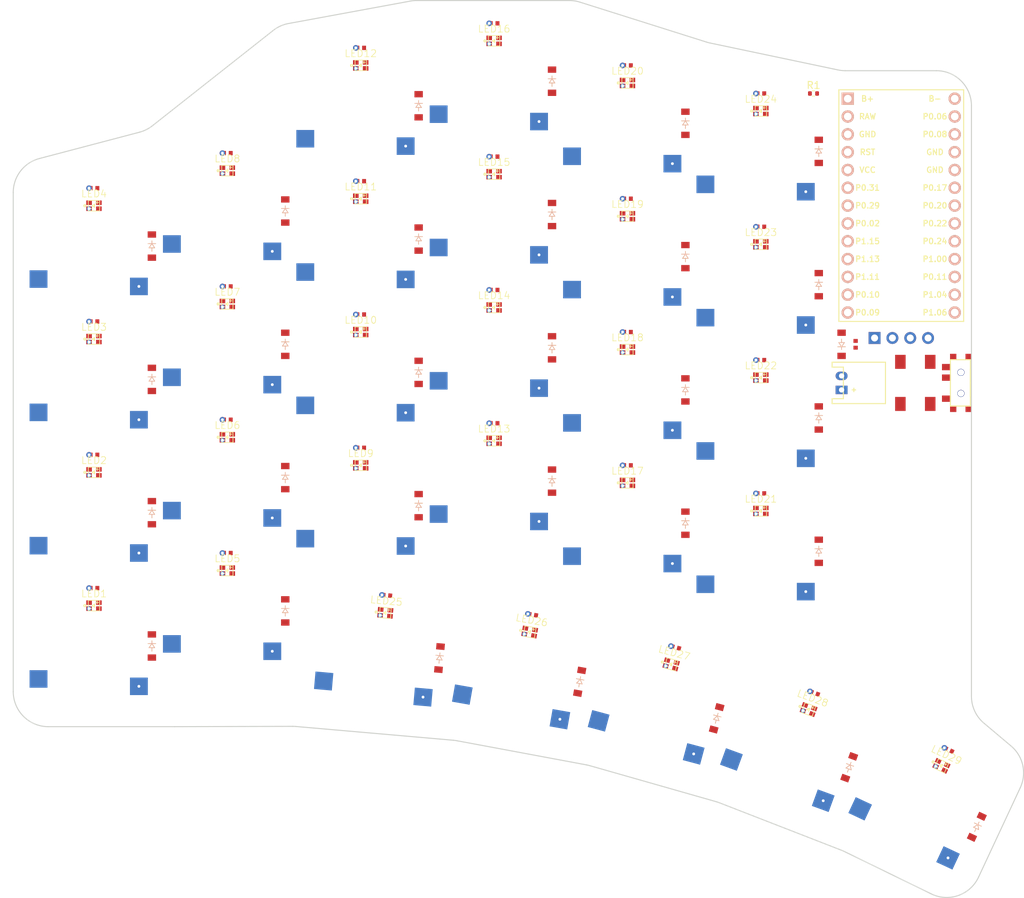
<source format=kicad_pcb>
(kicad_pcb (version 20240108) (generator "pcbnew") (generator_version "8.0")
  (title_block (title "Palette58") (rev "v1.0.0") (company "Unknown"))
  (layers (0 "F.Cu" signal) (31 "B.Cu" signal) (34 "B.Paste" user) (35 "F.Paste" user) (36 "B.SilkS" user "B.Silkscreen") (37 "F.SilkS" user "F.Silkscreen") (38 "B.Mask" user) (39 "F.Mask" user) (44 "Edge.Cuts" user))
  (net 0 "")
  (net 1 "col_1")
  (net 2 "outer_bottom")
  (net 3 "outer_home")
  (net 4 "outer_top")
  (net 5 "outer_num")
  (net 6 "col_2")
  (net 7 "pinky_bottom")
  (net 8 "pinky_home")
  (net 9 "pinky_top")
  (net 10 "pinky_num")
  (net 11 "col_3")
  (net 12 "ring_bottom")
  (net 13 "ring_home")
  (net 14 "ring_top")
  (net 15 "ring_num")
  (net 16 "col_4")
  (net 17 "middle_bottom")
  (net 18 "middle_home")
  (net 19 "middle_top")
  (net 20 "middle_num")
  (net 21 "col_5")
  (net 22 "index_bottom")
  (net 23 "index_home")
  (net 24 "index_top")
  (net 25 "index_num")
  (net 26 "col_6")
  (net 27 "inner_bottom")
  (net 28 "inner_home")
  (net 29 "inner_top")
  (net 30 "inner_num")
  (net 31 "outer-3_cluster")
  (net 32 "outer-2_cluster")
  (net 33 "outer_cluster")
  (net 34 "home_cluster")
  (net 35 "inner_cluster")
  (net 36 "Net-(LED1-DIN)")
  (net 37 "row_4")
  (net 38 "row_3")
  (net 39 "row_2")
  (net 40 "row_1")
  (net 41 "row_5")
  (net 42 "VCC")
  (net 43 "GND")
  (net 44 "Net-(LED1-DOUT)")
  (net 45 "B+")
  (net 46 "RAW")
  (net 47 "RST")
  (net 48 "P0.10")
  (net 49 "P0.90")
  (net 50 "SDA")
  (net 51 "SCL")
  (net 52 "P0.11")
  (net 53 "P0.08")
  (net 54 "P0.06")
  (net 55 "B-")
  (net 56 "Net-(LED2-DIN)")
  (net 57 "Net-(LED3-DIN)")
  (net 58 "Net-(LED3-DOUT)")
  (net 59 "JST+")
  (net 60 "Net-(LED4-DIN)")
  (net 61 "Net-(LED5-DOUT)")
  (net 62 "Net-(LED10-DOUT)")
  (net 63 "Net-(LED11-DIN)")
  (net 64 "Net-(LED12-DOUT)")
  (net 65 "Net-(LED13-DIN)")
  (net 66 "Net-(LED10-DIN)")
  (net 67 "Net-(LED11-DOUT)")
  (net 68 "Net-(LED12-DIN)")
  (net 69 "Net-(LED13-DOUT)")
  (net 70 "Net-(LED14-DIN)")
  (net 71 "Net-(LED15-DOUT)")
  (net 73 "Net-(LED17-DOUT)")
  (net 74 "Net-(LED18-DIN)")
  (net 75 "Net-(LED19-DOUT)")
  (net 76 "Net-(LED20-DIN)")
  (net 78 "Net-(LED21-DOUT)")
  (net 79 "Net-(LED22-DIN)")
  (net 80 "Net-(LED24-DIN)")
  (net 81 "Net-(LED25-DOUT)")
  (net 82 "Net-(LED26-DOUT)")
  (net 83 "Net-(LED27-DOUT)")
  (net 84 "Net-(LED28-DOUT)")
  (footprint "E73:SPDT_C128955" (layer "F.Cu") (at 123.5 -37.5 -90)
    (property "Reference" "SW1" (hide yes))
    (property "Value" "MSK12C02-HB" (hide yes))
    (pad "" smd rect (at -3.7 -1.1 270) (size 0.9 0.9) (layers "F.Cu" "F.Paste" "F.Mask"))
    (pad "" smd rect (at -3.7 1.1 270) (size 0.9 0.9) (layers "F.Cu" "F.Paste" "F.Mask"))
    (pad "" np_thru_hole circle (at -1.5 0) (size 1 1) (drill 0.9) (layers "*.Cu" "*.Mask"))
    (pad "" np_thru_hole circle (at 1.5 0) (size 1 1) (drill 0.9) (layers "*.Cu" "*.Mask"))
    (pad "" smd rect (at 3.7 -1.1 270) (size 0.9 0.9) (layers "F.Cu" "F.Paste" "F.Mask"))
    (pad "" smd rect (at 3.7 1.1 270) (size 0.9 0.9) (layers "F.Cu" "F.Paste" "F.Mask"))
    (pad "1" smd rect (at 2.25 2.075 270) (size 0.9 1.25) (layers "F.Cu" "F.Paste" "F.Mask") (net 59 "JST+"))
    (pad "2" smd rect (at -0.75 2.075 270) (size 0.9 1.25) (layers "F.Cu" "F.Paste" "F.Mask") (net 45 "B+"))
    (pad "3" smd rect (at -2.25 2.075 270) (size 0.9 1.25) (layers "F.Cu" "F.Paste" "F.Mask"))
  )
  (footprint "Gaeteron_low_profile" (layer "F.Cu") (at 57 -61.5)
    (property "Reference" "S15" (hide yes))
    (property "Value" "" (hide yes))
    (pad "" np_thru_hole circle (at -4.4 4.7) (size 3 3) (drill 3) (layers "*.Cu" "*.Mask"))
    (pad "" np_thru_hole circle (at 0 0) (size 5 5) (drill 5) (layers "*.Cu" "*.Mask"))
    (pad "" np_thru_hole circle (at 2.6 5.75) (size 3 3) (drill 3) (layers "*.Cu" "*.Mask"))
    (pad "1" smd rect (at -7.9 4.7) (size 2.55 2.5) (layers "B.Cu" "B.Paste" "B.Mask") (net 16 "col_4"))
    (pad "2" smd rect (at 6.4 5.75) (size 2.55 2.5) (layers "B.Cu" "B.Paste" "B.Mask") (net 19 "middle_top"))
  )
  (footprint "Gaeteron_low_profile" (layer "F.Cu") (at 0 -38)
    (property "Reference" "S3" (hide yes))
    (property "Value" "" (hide yes))
    (pad "" np_thru_hole circle (at -4.4 4.7) (size 3 3) (drill 3) (layers "*.Cu" "*.Mask"))
    (pad "" np_thru_hole circle (at 0 0) (size 5 5) (drill 5) (layers "*.Cu" "*.Mask"))
    (pad "" np_thru_hole circle (at 2.6 5.75) (size 3 3) (drill 3) (layers "*.Cu" "*.Mask"))
    (pad "1" smd rect (at -7.9 4.7) (size 2.55 2.5) (layers "B.Cu" "B.Paste" "B.Mask") (net 1 "col_1"))
    (pad "2" smd rect (at 6.4 5.75) (size 2.55 2.5) (layers "B.Cu" "B.Paste" "B.Mask") (net 4 "outer_top"))
  )
  (footprint "ComboDiode" (layer "F.Cu") (at 69.193695 5.102145 -100)
    (property "Reference" "D26" (hide yes))
    (property "Value" "1N4148" (hide yes))
    (pad "1" smd rect (at -1.65 0.000001 260) (size 0.9 1.2) (layers "F.Cu" "F.Paste" "F.Mask") (net 41 "row_5"))
    (pad "2" smd rect (at 1.65 -0.000001 260) (size 0.9 1.2) (layers "F.Cu" "F.Paste" "F.Mask") (net 32 "outer-2_cluster"))
  )
  (footprint "LED_SMD:XINGLIGHT XL-1615RGBC-WS2812B" (layer "F.Cu") (at 0 -5.75)
    (property "Reference" "LED1" (at 0 -1.7 0) (layer "F.SilkS") (effects (font (thickness 0.1))))
    (property "Value" "XINGLIGHTXL-1615RGBC-WS2812B")
    (pad "1" smd rect (at 0.7 -0.425) (size 0.8 0.65) (layers "F.Cu" "F.Paste" "F.Mask") (net 42 "VCC"))
    (pad "2" smd rect (at -0.7 -0.425) (size 0.8 0.65) (layers "F.Cu" "F.Paste" "F.Mask") (net 44 "Net-(LED1-DOUT)"))
    (pad "3" smd rect (at -0.7 0.425) (size 0.8 0.65) (layers "F.Cu" "F.Paste" "F.Mask") (net 55 "B-"))
    (pad "4" smd rect (at 0.7 0.425) (size 0.8 0.65) (layers "F.Cu" "F.Paste" "F.Mask") (net 36 "Net-(LED1-DIN)"))
  )
  (footprint "Gaeteron_low_profile" (layer "F.Cu") (at 95 -70.5)
    (property "Reference" "S24" (hide yes))
    (property "Value" "" (hide yes))
    (pad "" np_thru_hole circle (at -4.4 4.7) (size 3 3) (drill 3) (layers "*.Cu" "*.Mask"))
    (pad "" np_thru_hole circle (at 0 0) (size 5 5) (drill 5) (layers "*.Cu" "*.Mask"))
    (pad "" np_thru_hole circle (at 2.6 5.75) (size 3 3) (drill 3) (layers "*.Cu" "*.Mask"))
    (pad "1" smd rect (at -7.9 4.7) (size 2.55 2.5) (layers "B.Cu" "B.Paste" "B.Mask") (net 26 "col_6"))
    (pad "2" smd rect (at 6.4 5.75) (size 2.55 2.5) (layers "B.Cu" "B.Paste" "B.Mask") (net 30 "inner_num"))
  )
  (footprint "ComboDiode" (layer "F.Cu") (at 103.25 -32.5 -90)
    (property "Reference" "D22" (hide yes))
    (property "Value" "1N4148" (hide yes))
    (pad "1" smd rect (at -1.65 0 270) (size 0.9 1.2) (layers "F.Cu" "F.Paste" "F.Mask") (net 38 "row_3"))
    (pad "2" smd rect (at 1.65 0 270) (size 0.9 1.2) (layers "F.Cu" "F.Paste" "F.Mask") (net 28 "inner_home"))
  )
  (footprint "LED_SMD:XINGLIGHT XL-1615RGBC-WS2812B" (layer "F.Cu") (at 38 -63.75)
    (property "Reference" "LED11" (at 0 -1.7 0) (layer "F.SilkS") (effects (font (thickness 0.1))))
    (property "Value" "XINGLIGHTXL-1615RGBC-WS2812B")
    (pad "1" smd rect (at 0.7 -0.425) (size 0.8 0.65) (layers "F.Cu" "F.Paste" "F.Mask") (net 42 "VCC"))
    (pad "2" smd rect (at -0.7 -0.425) (size 0.8 0.65) (layers "F.Cu" "F.Paste" "F.Mask") (net 67 "Net-(LED11-DOUT)"))
    (pad "3" smd rect (at -0.7 0.425) (size 0.8 0.65) (layers "F.Cu" "F.Paste" "F.Mask") (net 55 "B-"))
    (pad "4" smd rect (at 0.7 0.425) (size 0.8 0.65) (layers "F.Cu" "F.Paste" "F.Mask") (net 63 "Net-(LED11-DIN)"))
  )
  (footprint "LED_SMD:XINGLIGHT XL-1615RGBC-WS2812B" (layer "F.Cu") (at 76 -23.25)
    (property "Reference" "LED17" (at 0 -1.7 0) (layer "F.SilkS") (effects (font (thickness 0.1))))
    (property "Value" "XINGLIGHTXL-1615RGBC-WS2812B")
    (pad "1" smd rect (at 0.7 -0.425) (size 0.8 0.65) (layers "F.Cu" "F.Paste" "F.Mask") (net 42 "VCC"))
    (pad "2" smd rect (at -0.7 -0.425) (size 0.8 0.65) (layers "F.Cu" "F.Paste" "F.Mask") (net 73 "Net-(LED17-DOUT)"))
    (pad "3" smd rect (at -0.7 0.425) (size 0.8 0.65) (layers "F.Cu" "F.Paste" "F.Mask") (net 55 "B-"))
    (pad "4" smd rect (at 0.7 0.425) (size 0.8 0.65) (layers "F.Cu" "F.Paste" "F.Mask") (net 69 "Net-(LED13-DOUT)"))
  )
  (footprint "ComboDiode" (layer "F.Cu") (at 46.25 -20 -90)
    (property "Reference" "D9" (hide yes))
    (property "Value" "1N4148" (hide yes))
    (pad "1" smd rect (at -1.65 0 270) (size 0.9 1.2) (layers "F.Cu" "F.Paste" "F.Mask") (net 37 "row_4"))
    (pad "2" smd rect (at 1.65 0 270) (size 0.9 1.2) (layers "F.Cu" "F.Paste" "F.Mask") (net 12 "ring_bottom"))
  )
  (footprint "Gaeteron_low_profile" (layer "F.Cu") (at 38 -20)
    (property "Reference" "S9" (hide yes))
    (property "Value" "" (hide yes))
    (pad "" np_thru_hole circle (at -4.4 4.7) (size 3 3) (drill 3) (layers "*.Cu" "*.Mask"))
    (pad "" np_thru_hole circle (at 0 0) (size 5 5) (drill 5) (layers "*.Cu" "*.Mask"))
    (pad "" np_thru_hole circle (at 2.6 5.75) (size 3 3) (drill 3) (layers "*.Cu" "*.Mask"))
    (pad "1" smd rect (at -7.9 4.7) (size 2.55 2.5) (layers "B.Cu" "B.Paste" "B.Mask") (net 11 "col_3"))
    (pad "2" smd rect (at 6.4 5.75) (size 2.55 2.5) (layers "B.Cu" "B.Paste" "B.Mask") (net 12 "ring_bottom"))
  )
  (footprint "LED_SMD:XINGLIGHT XL-1615RGBC-WS2812B" (layer "F.Cu") (at 82.224553 2.619612 -15)
    (property "Reference" "LED27" (at 0 -1.7 -15) (layer "F.SilkS") (effects (font (thickness 0.1))))
    (property "Value" "XINGLIGHTXL-1615RGBC-WS2812B")
    (pad "1" smd rect (at 0.7 -0.425 345) (size 0.8 0.65) (layers "F.Cu" "F.Paste" "F.Mask") (net 42 "VCC"))
    (pad "2" smd rect (at -0.7 -0.425 345) (size 0.8 0.65) (layers "F.Cu" "F.Paste" "F.Mask") (net 83 "Net-(LED27-DOUT)"))
    (pad "3" smd rect (at -0.7 0.425 345) (size 0.8 0.65) (layers "F.Cu" "F.Paste" "F.Mask") (net 55 "B-"))
    (pad "4" smd rect (at 0.7 0.425 345) (size 0.8 0.65) (layers "F.Cu" "F.Paste" "F.Mask") (net 82 "Net-(LED26-DOUT)"))
  )
  (footprint "LED_SMD:XINGLIGHT XL-1615RGBC-WS2812B" (layer "F.Cu") (at 57 -86.25)
    (property "Reference" "LED16" (at 0 -1.7 0) (layer "F.SilkS") (effects (font (thickness 0.1))))
    (property "Value" "XINGLIGHTXL-1615RGBC-WS2812B")
    (pad "1" smd rect (at 0.7 -0.425) (size 0.8 0.65) (layers "F.Cu" "F.Paste" "F.Mask") (net 42 "VCC"))
    (pad "2" smd rect (at -0.7 -0.425) (size 0.8 0.65) (layers "F.Cu" "F.Paste" "F.Mask") (net 68 "Net-(LED12-DIN)"))
    (pad "3" smd rect (at -0.7 0.425) (size 0.8 0.65) (layers "F.Cu" "F.Paste" "F.Mask") (net 55 "B-"))
    (pad "4" smd rect (at 0.7 0.425) (size 0.8 0.65) (layers "F.Cu" "F.Paste" "F.Mask"))
  )
  (footprint "Capacitor" (layer "F.Cu") (at 57 -50.75)
    (property "Reference" "C14" (hide yes))
    (property "Value" "100nF" (hide yes))
    (pad "1" smd rect (at -0.48 0) (size 0.56 0.62) (layers "F.Cu" "F.Paste" "F.Mask") (net 43 "GND"))
    (pad "2" smd rect (at 0.48 0) (size 0.56 0.62) (layers "F.Cu" "F.Paste" "F.Mask") (net 42 "VCC"))
  )
  (footprint "Capacitor" (layer "F.Cu") (at 19 -70.25)
    (property "Reference" "C8" (hide yes))
    (property "Value" "100nF" (hide yes))
    (pad "1" smd rect (at -0.48 0) (size 0.56 0.62) (layers "F.Cu" "F.Paste" "F.Mask") (net 43 "GND"))
    (pad "2" smd rect (at 0.48 0) (size 0.56 0.62) (layers "F.Cu" "F.Paste" "F.Mask") (net 42 "VCC"))
  )
  (footprint "Gaeteron_low_profile" (layer "F.Cu") (at 95 -32.5)
    (property "Reference" "S22" (hide yes))
    (property "Value" "" (hide yes))
    (pad "" np_thru_hole circle (at -4.4 4.7) (size 3 3) (drill 3) (layers "*.Cu" "*.Mask"))
    (pad "" np_thru_hole circle (at 0 0) (size 5 5) (drill 5) (layers "*.Cu" "*.Mask"))
    (pad "" np_thru_hole circle (at 2.6 5.75) (size 3 3) (drill 3) (layers "*.Cu" "*.Mask"))
    (pad "1" smd rect (at -7.9 4.7) (size 2.55 2.5) (layers "B.Cu" "B.Paste" "B.Mask") (net 26 "col_6"))
    (pad "2" smd rect (at 6.4 5.75) (size 2.55 2.5) (layers "B.Cu" "B.Paste" "B.Mask") (net 28 "inner_home"))
  )
  (footprint "Capacitor" (layer "F.Cu") (at 76 -82.75)
    (property "Reference" "C20" (hide yes))
    (property "Value" "100nF" (hide yes))
    (pad "1" smd rect (at -0.48 0) (size 0.56 0.62) (layers "F.Cu" "F.Paste" "F.Mask") (net 43 "GND"))
    (pad "2" smd rect (at 0.48 0) (size 0.56 0.62) (layers "F.Cu" "F.Paste" "F.Mask") (net 42 "VCC"))
  )
  (footprint "LED_SMD:XINGLIGHT XL-1615RGBC-WS2812B" (layer "F.Cu") (at 19 -48.75)
    (property "Reference" "LED7" (at 0 -1.7 0) (layer "F.SilkS") (effects (font (thickness 0.1))))
    (property "Value" "XINGLIGHTXL-1615RGBC-WS2812B")
    (pad "1" smd rect (at 0.7 -0.425) (size 0.8 0.65) (layers "F.Cu" "F.Paste" "F.Mask") (net 42 "VCC"))
    (pad "2" smd rect (at -0.7 -0.425) (size 0.8 0.65) (layers "F.Cu" "F.Paste" "F.Mask") (net 63 "Net-(LED11-DIN)"))
    (pad "3" smd rect (at -0.7 0.425) (size 0.8 0.65) (layers "F.Cu" "F.Paste" "F.Mask") (net 55 "B-"))
    (pad "4" smd rect (at 0.7 0.425) (size 0.8 0.65) (layers "F.Cu" "F.Paste" "F.Mask") (net 58 "Net-(LED3-DOUT)"))
  )
  (footprint "LED_SMD:XINGLIGHT XL-1615RGBC-WS2812B" (layer "F.Cu") (at 76 -80.25)
    (property "Reference" "LED20" (at 0 -1.7 0) (layer "F.SilkS") (effects (font (thickness 0.1))))
    (property "Value" "XINGLIGHTXL-1615RGBC-WS2812B")
    (pad "1" smd rect (at 0.7 -0.425) (size 0.8 0.65) (layers "F.Cu" "F.Paste" "F.Mask") (net 42 "VCC"))
    (pad "2" smd rect (at -0.7 -0.425) (size 0.8 0.65) (layers "F.Cu" "F.Paste" "F.Mask"))
    (pad "3" smd rect (at -0.7 0.425) (size 0.8 0.65) (layers "F.Cu" "F.Paste" "F.Mask") (net 55 "B-"))
    (pad "4" smd rect (at 0.7 0.425) (size 0.8 0.65) (layers "F.Cu" "F.Paste" "F.Mask") (net 76 "Net-(LED20-DIN)"))
  )
  (footprint "Resistor" (layer "F.Cu") (at 108.5 -43 90)
    (property "Reference" "R2" (hide yes))
    (property "Value" "10kΩ" (hide yes))
    (pad "1" smd rect (at -0.48 0 90) (size 0.56 0.62) (layers "F.Cu" "F.Paste" "F.Mask") (net 42 "VCC"))
    (pad "2" smd rect (at 0.48 0 90) (size 0.56 0.62) (layers "F.Cu" "F.Paste" "F.Mask") (net 47 "RST"))
  )
  (footprint "Capacitor" (layer "F.Cu") (at 0 -65.25)
    (property "Reference" "C4" (hide yes))
    (property "Value" "100nF" (hide yes))
    (pad "1" smd rect (at -0.48 0) (size 0.56 0.62) (layers "F.Cu" "F.Paste" "F.Mask") (net 43 "GND"))
    (pad "2" smd rect (at 0.48 0) (size 0.56 0.62) (layers "F.Cu" "F.Paste" "F.Mask") (net 42 "VCC"))
  )
  (footprint "Gaeteron_low_profile" (layer "F.Cu") (at 0 -57)
    (property "Reference" "S4" (hide yes))
    (property "Value" "" (hide yes))
    (pad "" np_thru_hole circle (at -4.4 4.7) (size 3 3) (drill 3) (layers "*.Cu" "*.Mask"))
    (pad "" np_thru_hole circle (at 0 0) (size 5 5) (drill 5) (layers "*.Cu" "*.Mask"))
    (pad "" np_thru_hole circle (at 2.6 5.75) (size 3 3) (drill 3) (layers "*.Cu" "*.Mask"))
    (pad "1" smd rect (at -7.9 4.7) (size 2.55 2.5) (layers "B.Cu" "B.Paste" "B.Mask") (net 1 "col_1"))
    (pad "2" smd rect (at 6.4 5.75) (size 2.55 2.5) (layers "B.Cu" "B.Paste" "B.Mask") (net 5 "outer_num"))
  )
  (footprint "LED_SMD:XINGLIGHT XL-1615RGBC-WS2812B" (layer "F.Cu") (at 57 -29.25)
    (property "Reference" "LED13" (at 0 -1.7 0) (layer "F.SilkS") (effects (font (thickness 0.1))))
    (property "Value" "XINGLIGHTXL-1615RGBC-WS2812B")
    (pad "1" smd rect (at 0.7 -0.425) (size 0.8 0.65) (layers "F.Cu" "F.Paste" "F.Mask") (net 42 "VCC"))
    (pad "2" smd rect (at -0.7 -0.425) (size 0.8 0.65) (layers "F.Cu" "F.Paste" "F.Mask") (net 69 "Net-(LED13-DOUT)"))
    (pad "3" smd rect (at -0.7 0.425) (size 0.8 0.65) (layers "F.Cu" "F.Paste" "F.Mask") (net 55 "B-"))
    (pad "4" smd rect (at 0.7 0.425) (size 0.8 0.65) (layers "F.Cu" "F.Paste" "F.Mask") (net 65 "Net-(LED13-DIN)"))
  )
  (footprint "Capacitor" (layer "F.Cu") (at 76 -25.75)
    (property "Reference" "C17" (hide yes))
    (property "Value" "100nF" (hide yes))
    (pad "1" smd rect (at -0.48 0) (size 0.56 0.62) (layers "F.Cu" "F.Paste" "F.Mask") (net 43 "GND"))
    (pad "2" smd rect (at 0.48 0) (size 0.56 0.62) (layers "F.Cu" "F.Paste" "F.Mask") (net 42 "VCC"))
  )
  (footprint "LED_SMD:XINGLIGHT XL-1615RGBC-WS2812B" (layer "F.Cu") (at 19 -10.75)
    (property "Reference" "LED5" (at 0 -1.7 0) (layer "F.SilkS") (effects (font (thickness 0.1))))
    (property "Value" "XINGLIGHTXL-1615RGBC-WS2812B")
    (pad "1" smd rect (at 0.7 -0.425) (size 0.8 0.65) (layers "F.Cu" "F.Paste" "F.Mask") (net 42 "VCC"))
    (pad "2" smd rect (at -0.7 -0.425) (size 0.8 0.65) (layers "F.Cu" "F.Paste" "F.Mask") (net 61 "Net-(LED5-DOUT)"))
    (pad "3" smd rect (at -0.7 0.425) (size 0.8 0.65) (layers "F.Cu" "F.Paste" "F.Mask") (net 55 "B-"))
    (pad "4" smd rect (at 0.7 0.425) (size 0.8 0.65) (layers "F.Cu" "F.Paste" "F.Mask") (net 44 "Net-(LED1-DOUT)"))
  )
  (footprint "Capacitor" (layer "F.Cu") (at 95 -21.75)
    (property "Reference" "C21" (hide yes))
    (property "Value" "100nF" (hide yes))
    (pad "1" smd rect (at -0.48 0) (size 0.56 0.62) (layers "F.Cu" "F.Paste" "F.Mask") (net 43 "GND"))
    (pad "2" smd rect (at 0.48 0) (size 0.56 0.62) (layers "F.Cu" "F.Paste" "F.Mask") (net 42 "VCC"))
  )
  (footprint "Capacitor" (layer "F.Cu") (at 19 -32.25)
    (property "Reference" "C6" (hide yes))
    (property "Value" "100nF" (hide yes))
    (pad "1" smd rect (at -0.48 0) (size 0.56 0.62) (layers "F.Cu" "F.Paste" "F.Mask") (net 43 "GND"))
    (pad "2" smd rect (at 0.48 0) (size 0.56 0.62) (layers "F.Cu" "F.Paste" "F.Mask") (net 42 "VCC"))
  )
  (footprint "Gaeteron_low_profile" (layer "F.Cu") (at 99.83559 14.461977 -20)
    (property "Reference" "S28" (hide yes))
    (property "Value" "" (hide yes))
    (pad "" np_thru_hole circle (at -4.4 4.7) (size 3 3) (drill 3) (layers "*.Cu" "*.Mask"))
    (pad "" np_thru_hole circle (at 0 0) (size 5 5) (drill 5) (layers "*.Cu" "*.Mask"))
    (pad "" np_thru_hole circle (at 2.6 5.75) (size 3 3) (drill 3) (layers "*.Cu" "*.Mask"))
    (pad "1" smd rect (at -7.9 4.7 340) (size 2.55 2.5) (layers "B.Cu" "B.Paste" "B.Mask") (net 21 "col_5"))
    (pad "2" smd rect (at 6.4 5.75 340) (size 2.55 2.5) (layers "B.Cu" "B.Paste" "B.Mask") (net 34 "home_cluster"))
  )
  (footprint "LED_SMD:XINGLIGHT XL-1615RGBC-WS2812B" (layer "F.Cu") (at 0 -62.75)
    (property "Reference" "LED4" (at 0 -1.7 0) (layer "F.SilkS") (effects (font (thickness 0.1))))
    (property "Value" "XINGLIGHTXL-1615RGBC-WS2812B")
    (pad "1" smd rect (at 0.7 -0.425) (size 0.8 0.65) (layers "F.Cu" "F.Paste" "F.Mask") (net 42 "VCC"))
    (pad "2" smd rect (at -0.7 -0.425) (size 0.8 0.65) (layers "F.Cu" "F.Paste" "F.Mask") (net 57 "Net-(LED3-DIN)"))
    (pad "3" smd rect (at -0.7 0.425) (size 0.8 0.65) (layers "F.Cu" "F.Paste" "F.Mask") (net 55 "B-"))
    (pad "4" smd rect (at 0.7 0.425) (size 0.8 0.65) (layers "F.Cu" "F.Paste" "F.Mask") (net 60 "Net-(LED4-DIN)"))
  )
  (footprint "LED_SMD:XINGLIGHT XL-1615RGBC-WS2812B" (layer "F.Cu") (at 38 -82.75)
    (property "Reference" "LED12" (at 0 -1.7 0) (layer "F.SilkS") (effects (font (thickness 0.1))))
    (property "Value" "XINGLIGHTXL-1615RGBC-WS2812B")
    (pad "1" smd rect (at 0.7 -0.425) (size 0.8 0.65) (layers "F.Cu" "F.Paste" "F.Mask") (net 42 "VCC"))
    (pad "2" smd rect (at -0.7 -0.425) (size 0.8 0.65) (layers "F.Cu" "F.Paste" "F.Mask") (net 64 "Net-(LED12-DOUT)"))
    (pad "3" smd rect (at -0.7 0.425) (size 0.8 0.65) (layers "F.Cu" "F.Paste" "F.Mask") (net 55 "B-"))
    (pad "4" smd rect (at 0.7 0.425) (size 0.8 0.65) (layers "F.Cu" "F.Paste" "F.Mask") (net 68 "Net-(LED12-DIN)"))
  )
  (footprint "PushSwitch" (layer "F.Cu") (at 117 -37.5 -90)
    (property "Reference" "SW2" (hide yes))
    (property "Value" "TS-1187A-B-A-B" (hide yes))
    (pad "1" smd rect (at -3 -2.125 270) (size 2 1.5) (layers "F.Cu" "F.Paste" "F.Mask") (net 47 "RST"))
    (pad "2" smd rect (at 3 -2.125 270) (size 2 1.5) (layers "F.Cu" "F.Paste" "F.Mask") (net 47 "RST"))
    (pad "3" smd rect (at -3 2.125 270) (size 2 1.5) (layers "F.Cu" "F.Paste" "F.Mask") (net 43 "GND"))
    (pad "4" smd rect (at 3 2.125 270) (size 2 1.5) (layers "F.Cu" "F.Paste" "F.Mask") (net 43 "GND"))
  )
  (footprint "ComboDiode" (layer "F.Cu") (at 65.25 -42.5 -90)
    (property "Reference" "D14" (hide yes))
    (property "Value" "1N4148" (hide yes))
    (pad "1" smd rect (at -1.65 0 270) (size 0.9 1.2) (layers "F.Cu" "F.Paste" "F.Mask") (net 38 "row_3"))
    (pad "2" smd rect (at 1.65 0 270) (size 0.9 1.2) (layers "F.Cu" "F.Paste" "F.Mask") (net 18 "middle_home"))
  )
  (footprint "LED_SMD:XINGLIGHT XL-1615RGBC-WS2812B" (layer "F.Cu") (at 95 -38.25)
    (property "Reference" "LED22" (at 0 -1.7 0) (layer "F.SilkS") (effects (font (thickness 0.1))))
    (property "Value" "XINGLIGHTXL-1615RGBC-WS2812B")
    (pad "1" smd rect (at 0.7 -0.425) (size 0.8 0.65) (layers "F.Cu" "F.Paste" "F.Mask") (net 42 "VCC"))
    (pad "2" smd rect (at -0.7 -0.425) (size 0.8 0.65) (layers "F.Cu" "F.Paste" "F.Mask") (net 74 "Net-(LED18-DIN)"))
    (pad "3" smd rect (at -0.7 0.425) (size 0.8 0.65) (layers "F.Cu" "F.Paste" "F.Mask") (net 55 "B-"))
    (pad "4" smd rect (at 0.7 0.425) (size 0.8 0.65) (layers "F.Cu" "F.Paste" "F.Mask") (net 79 "Net-(LED22-DIN)"))
  )
  (footprint "ComboDiode" (layer "F.Cu") (at 27.25 -5 -90)
    (property "Reference" "D5" (hide yes))
    (property "Value" "1N4148" (hide yes))
    (pad "1" smd rect (at -1.65 0 270) (size 0.9 1.2) (layers "F.Cu" "F.Paste" "F.Mask") (net 37 "row_4"))
    (pad "2" smd rect (at 1.65 0 270) (size 0.9 1.2) (layers "F.Cu" "F.Paste" "F.Mask") (net 7 "pinky_bottom"))
  )
  (footprint "Capacitor" (layer "F.Cu") (at 62.501628 -4.455116 -10)
    (property "Reference" "C26" (hide yes))
    (property "Value" "100nF" (hide yes))
    (pad "1" smd rect (at -0.48 0 350) (size 0.56 0.62) (layers "F.Cu" "F.Paste" "F.Mask") (net 43 "GND"))
    (pad "2" smd rect (at 0.48 0 350) (size 0.56 0.62) (layers "F.Cu" "F.Paste" "F.Mask") (net 42 "VCC"))
  )
  (footprint "Gaeteron_low_profile" (layer "F.Cu") (at 57 -23.5)
    (property "Reference" "S13" (hide yes))
    (property "Value" "" (hide yes))
    (pad "" np_thru_hole circle (at -4.4 4.7) (size 3 3) (drill 3) (layers "*.Cu" "*.Mask"))
    (pad "" np_thru_hole circle (at 0 0) (size 5 5) (drill 5) (layers "*.Cu" "*.Mask"))
    (pad "" np_thru_hole circle (at 2.6 5.75) (size 3 3) (drill 3) (layers "*.Cu" "*.Mask"))
    (pad "1" smd rect (at -7.9 4.7) (size 2.55 2.5) (layers "B.Cu" "B.Paste" "B.Mask") (net 16 "col_4"))
    (pad "2" smd rect (at 6.4 5.75) (size 2.55 2.5) (layers "B.Cu" "B.Paste" "B.Mask") (net 17 "middle_bottom"))
  )
  (footprint "Capacitor" (layer "F.Cu") (at 82.8716 0.204797 -15)
    (property "Reference" "C27" (hide yes))
    (property "Value" "100nF" (hide yes))
    (pad "1" smd rect (at -0.48 0 345) (size 0.56 0.62) (layers "F.Cu" "F.Paste" "F.Mask") (net 43 "GND"))
    (pad "2" smd rect (at 0.48 0 345) (size 0.56 0.62) (layers "F.Cu" "F.Paste" "F.Mask") (net 42 "VCC"))
  )
  (footprint "LED_SMD:XINGLIGHT XL-1615RGBC-WS2812B" (layer "F.Cu") (at 57 -48.25)
    (property "Reference" "LED14" (at 0 -1.7 0) (layer "F.SilkS") (effects (font (thickness 0.1))))
    (property "Value" "XINGLIGHTXL-1615RGBC-WS2812B")
    (pad "1" smd rect (at 0.7 -0.425) (size 0.8 0.65) (layers "F.Cu" "F.Paste" "F.Mask") (net 42 "VCC"))
    (pad "2" smd rect (at -0.7 -0.425) (size 0.8 0.65) (layers "F.Cu" "F.Paste" "F.Mask") (net 66 "Net-(LED10-DIN)"))
    (pad "3" smd rect (at -0.7 0.425) (size 0.8 0.65) (layers "F.Cu" "F.Paste" "F.Mask") (net 55 "B-"))
    (pad "4" smd rect (at 0.7 0.425) (size 0.8 0.65) (layers "F.Cu" "F.Paste" "F.Mask") (net 70 "Net-(LED14-DIN)"))
  )
  (footprint "Gaeteron_low_profile" (layer "F.Cu") (at 19 -5)
    (property "Reference" "S5" (hide yes))
    (property "Value" "" (hide yes))
    (pad "" np_thru_hole circle (at -4.4 4.7) (size 3 3) (drill 3) (layers "*.Cu" "*.Mask"))
    (pad "" np_thru_hole circle (at 0 0) (size 5 5) (drill 5) (layers "*.Cu" "*.Mask"))
    (pad "" np_thru_hole circle (at 2.6 5.75) (size 3 3) (drill 3) (layers "*.Cu" "*.Mask"))
    (pad "1" smd rect (at -7.9 4.7) (size 2.55 2.5) (layers "B.Cu" "B.Paste" "B.Mask") (net 6 "col_2"))
    (pad "2" smd rect (at 6.4 5.75) (size 2.55 2.5) (layers "B.Cu" "B.Paste" "B.Mask") (net 7 "pinky_bottom"))
  )
  (footprint "LED_SMD:XINGLIGHT XL-1615RGBC-WS2812B" (layer "F.Cu") (at 0 -43.75)
    (property "Reference" "LED3" (at 0 -1.7 0) (layer "F.SilkS") (effects (font (thickness 0.1))))
    (property "Value" "XINGLIGHTXL-1615RGBC-WS2812B")
    (pad "1" smd rect (at 0.7 -0.425) (size 0.8 0.65) (layers "F.Cu" "F.Paste" "F.Mask") (net 42 "VCC"))
    (pad "2" smd rect (at -0.7 -0.425) (size 0.8 0.65) (layers "F.Cu" "F.Paste" "F.Mask") (net 58 "Net-(LED3-DOUT)"))
    (pad "3" smd rect (at -0.7 0.425) (size 0.8 0.65) (layers "F.Cu" "F.Paste" "F.Mask") (net 55 "B-"))
    (pad "4" smd rect (at 0.7 0.425) (size 0.8 0.65) (layers "F.Cu" "F.Paste" "F.Mask") (net 57 "Net-(LED3-DIN)"))
  )
  (footprint "ComboDiode" (layer "F.Cu") (at 46.25 -58 -90)
    (property "Reference" "D11" (hide yes))
    (property "Value" "1N4148" (hide yes))
    (pad "1" smd rect (at -1.65 0 270) (size 0.9 1.2) (layers "F.Cu" "F.Paste" "F.Mask") (net 39 "row_2"))
    (pad "2" smd rect (at 1.65 0 270) (size 0.9 1.2) (layers "F.Cu" "F.Paste" "F.Mask") (net 14 "ring_top"))
  )
  (footprint "Gaeteron_low_profile" (layer "F.Cu") (at 19 -43)
    (property "Reference" "S7" (hide yes))
    (property "Value" "" (hide yes))
    (pad "" np_thru_hole circle (at -4.4 4.7) (size 3 3) (drill 3) (layers "*.Cu" "*.Mask"))
    (pad "" np_thru_hole circle (at 0 0) (size 5 5) (drill 5) (layers "*.Cu" "*.Mask"))
    (pad "" np_thru_hole circle (at 2.6 5.75) (size 3 3) (drill 3) (layers "*.Cu" "*.Mask"))
    (pad "1" smd rect (at -7.9 4.7) (size 2.55 2.5) (layers "B.Cu" "B.Paste" "B.Mask") (net 6 "col_2"))
    (pad "2" smd rect (at 6.4 5.75) (size 2.55 2.5) (layers "B.Cu" "B.Paste" "B.Mask") (net 9 "pinky_top"))
  )
  (footprint "Gaeteron_low_profile" (layer "F.Cu") (at 95 -13.5)
    (property "Reference" "S21" (hide yes))
    (property "Value" "" (hide yes))
    (pad "" np_thru_hole circle (at -4.4 4.7) (size 3 3) (drill 3) (layers "*.Cu" "*.Mask"))
    (pad "" np_thru_hole circle (at 0 0) (size 5 5) (drill 5) (layers "*.Cu" "*.Mask"))
    (pad "" np_thru_hole circle (at 2.6 5.75) (size 3 3) (drill 3) (layers "*.Cu" "*.Mask"))
    (pad "1" smd rect (at -7.9 4.7) (size 2.55 2.5) (layers "B.Cu" "B.Paste" "B.Mask") (net 26 "col_6"))
    (pad "2" smd rect (at 6.4 5.75) (size 2.55 2.5) (layers "B.Cu" "B.Paste" "B.Mask") (net 27 "inner_bottom"))
  )
  (footprint "Capacitor" (layer "F.Cu") (at 57 -31.75)
    (property "Reference" "C13" (hide yes))
    (property "Value" "100nF" (hide yes))
    (pad "1" smd rect (at -0.48 0) (size 0.56 0.62) (layers "F.Cu" "F.Paste" "F.Mask") (net 43 "GND"))
    (pad "2" smd rect (at 0.48 0) (size 0.56 0.62) (layers "F.Cu" "F.Paste" "F.Mask") (net 42 "VCC"))
  )
  (footprint "Gaeteron_low_profile" (layer "F.Cu") (at 95 -51.5)
    (property "Reference" "S23" (hide yes))
    (property "Value" "" (hide yes))
    (pad "" np_thru_hole circle (at -4.4 4.7) (size 3 3) (drill 3) (layers "*.Cu" "*.Mask"))
    (pad "" np_thru_hole circle (at 0 0) (size 5 5) (drill 5) (layers "*.Cu" "*.Mask"))
    (pad "" np_thru_hole circle (at 2.6 5.75) (size 3 3) (drill 3) (layers "*.Cu" "*.Mask"))
    (pad "1" smd rect (at -7.9 4.7) (size 2.55 2.5) (layers "B.Cu" "B.Paste" "B.Mask") (net 26 "col_6"))
    (pad "2" smd rect (at 6.4 5.75) (size 2.55 2.5) (layers "B.Cu" "B.Paste" "B.Mask") (net 29 "inner_top"))
  )
  (footprint "Capacitor" (layer "F.Cu") (at 19 -13.25)
    (property "Reference" "C5" (hide yes))
    (property "Value" "100nF" (hide yes))
    (pad "1" smd rect (at -0.48 0) (size 0.56 0.62) (layers "F.Cu" "F.Paste" "F.Mask") (net 43 "GND"))
    (pad "2" smd rect (at 0.48 0) (size 0.56 0.62) (layers "F.Cu" "F.Paste" "F.Mask") (net 42 "VCC"))
  )
  (footprint "LED_SMD:XINGLIGHT XL-1615RGBC-WS2812B" (layer "F.Cu") (at 41.501146 -4.72812 -5)
    (property "Reference" "LED25" (at 0 -1.7 -5) (layer "F.SilkS") (effects (font (thickness 0.1))))
    (property "Value" "XINGLIGHTXL-1615RGBC-WS2812B")
    (pad "1" smd rect (at 0.699999 -0.425 355) (size 0.8 0.65) (layers "F.Cu" "F.Paste" "F.Mask") (net 42 "VCC"))
    (pad "2" smd rect (at -0.7 -0.425 355) (size 0.8 0.65) (layers "F.Cu" "F.Paste" "F.Mask") (net 81 "Net-(LED25-DOUT)"))
    (pad "3" smd rect (at -0.699999 0.425 355) (size 0.8 0.65) (layers "F.Cu" "F.Paste" "F.Mask") (net 55 "B-"))
    (pad "4" smd rect (at 0.7 0.425 355) (size 0.8 0.65) (layers "F.Cu" "F.Paste" "F.Mask") (net 78 "Net-(LED21-DOUT)"))
  )
  (footprint "ComboDiode" (layer "F.Cu") (at 49.218606 1.719035 -95)
    (property "Reference" "D25" (hide yes))
    (property "Value" "1N4148" (hide yes))
    (pad "1" smd rect (at -1.65 0 265) (size 0.9 1.2) (layers "F.Cu" "F.Paste" "F.Mask") (net 41 "row_5"))
    (pad "2" smd rect (at 1.65 0 265) (size 0.9 1.2) (layers "F.Cu" "F.Paste" "F.Mask") (net 31 "outer-3_cluster"))
  )
  (footprint "Capacitor" (layer "F.Cu") (at 95 -40.75)
    (property "Reference" "C22" (hide yes))
    (property "Value" "100nF" (hide yes))
    (pad "1" smd rect (at -0.48 0) (size 0.56 0.62) (layers "F.Cu" "F.Paste" "F.Mask") (net 43 "GND"))
    (pad "2" smd rect (at 0.48 0) (size 0.56 0.62) (layers "F.Cu" "F.Paste" "F.Mask") (net 42 "VCC"))
  )
  (footprint "ComboDiode" (layer "F.Cu") (at 84.25 -55.5 -90)
    (property "Reference" "D19" (hide yes))
    (property "Value" "1N4148" (hide yes))
    (pad "1" smd rect (at -1.65 0 270) (size 0.9 1.2) (layers "F.Cu" "F.Paste" "F.Mask") (net 39 "row_2"))
    (pad "2" smd rect (at 1.65 0 270) (size 0.9 1.2) (layers "F.Cu" "F.Paste" "F.Mask") (net 24 "index_top"))
  )
  (footprint "Capacitor" (layer "F.Cu") (at 41.719035 -7.218606 -5)
    (property "Reference" "C25" (hide yes))
    (property "Value" "100nF" (hide yes))
    (pad "1" smd rect (at -0.48 0 355) (size 0.56 0.62) (layers "F.Cu" "F.Paste" "F.Mask") (net 43 "GND"))
    (pad "2" smd rect (at 0.48 0 355) (size 0.56 0.62) (layers "F.Cu" "F.Paste" "F.Mask") (net 42 "VCC"))
  )
  (footprint "LED_SMD:XINGLIGHT XL-1615RGBC-WS2812B" (layer "F.Cu") (at 95 -19.25)
    (property "Reference" "LED21" (at 0 -1.7 0) (layer "F.SilkS") (effects (font (thickness 0.1))))
    (property "Value" "XINGLIGHTXL-1615RGBC-WS2812B")
    (pad "1" smd rect (at 0.7 -0.425) (size 0.8 0.65) (layers "F.Cu" "F.Paste" "F.Mask") (net 42 "VCC"))
    (pad "2" smd rect (at -0.7 -0.425) (size 0.8 0.65) (layers "F.Cu" "F.Paste" "F.Mask") (net 78 "Net-(LED21-DOUT)"))
    (pad "3" smd rect (at -0.7 0.425) (size 0.8 0.65) (layers "F.Cu" "F.Paste" "F.Mask") (net 55 "B-"))
    (pad "4" smd rect (at 0.7 0.425) (size 0.8 0.65) (layers "F.Cu" "F.Paste" "F.Mask") (net 73 "Net-(LED17-DOUT)"))
  )
  (footprint "Capacitor" (layer "F.Cu") (at 76 -63.75)
    (property "Reference" "C19" (hide yes))
    (property "Value" "100nF" (hide yes))
    (pad "1" smd rect (at -0.48 0) (size 0.56 0.62) (layers "F.Cu" "F.Paste" "F.Mask") (net 43 "GND"))
    (pad "2" smd rect (at 0.48 0) (size 0.56 0.62) (layers "F.Cu" "F.Paste" "F.Mask") (net 42 "VCC"))
  )
  (footprint "Capacitor" (layer "F.Cu") (at 38 -28.25)
    (property "Reference" "C9" (hide yes))
    (property "Value" "100nF" (hide yes))
    (pad "1" smd rect (at -0.48 0) (size 0.56 0.62) (layers "F.Cu" "F.Paste" "F.Mask") (net 43 "GND"))
    (pad "2" smd rect (at 0.48 0) (size 0.56 0.62) (layers "F.Cu" "F.Paste" "F.Mask") (net 42 "VCC"))
  )
  (footprint "ComboDiode" (layer "F.Cu") (at 125.767782 25.774358 -115)
    (property "Reference" "D29" (hide yes))
    (property "Value" "1N4148" (hide yes))
    (pad "1" smd rect (at -1.65 0 245) (size 0.9 1.2) (layers "F.Cu" "F.Paste" "F.Mask") (net 41 "row_5"))
    (pad "2" smd rect (at 1.65 0 245) (size 0.9 1.2) (layers "F.Cu" "F.Paste" "F.Mask") (net 35 "inner_cluster"))
  )
  (footprint "JST_PH_S2B-PH-K_02x2.00mm_Angled" (layer "F.Cu") (at 106.5 -37.5 90)
    (property "Reference" "JST1" (hide yes))
    (property "Value" "" (hide yes))
    (pad "1" thru_hole rect (at -1 0 90) (size 1.2 1.7) (drill 0.75) (layers "*.Cu" "*.Mask") (net 59 "JST+"))
    (pad "2" thru_hole oval (at 1 0 90) (size 1.2 1.7) (drill 0.75) (layers "*.Cu" "*.Mask") (net 43 "GND"))
  )
  (footprint "LED_SMD:XINGLIGHT XL-1615RGBC-WS2812B" (layer "F.Cu") (at 95 -76.25)
    (property "Reference" "LED24" (at 0 -1.7 0) (layer "F.SilkS") (effects (font (thickness 0.1))))
    (property "Value" "XINGLIGHTXL-1615RGBC-WS2812B")
    (pad "1" smd rect (at 0.7 -0.425) (size 0.8 0.65) (layers "F.Cu" "F.Paste" "F.Mask") (net 42 "VCC"))
    (pad "2" smd rect (at -0.7 -0.425) (size 0.8 0.65) (layers "F.Cu" "F.Paste" "F.Mask") (net 76 "Net-(LED20-DIN)"))
    (pad "3" smd rect (at -0.7 0.425) (size 0.8 0.65) (layers "F.Cu" "F.Paste" "F.Mask") (net 55 "B-"))
    (pad "4" smd rect (at 0.7 0.425) (size 0.8 0.65) (layers "F.Cu" "F.Paste" "F.Mask") (net 80 "Net-(LED24-DIN)"))
  )
  (footprint "Gaeteron_low_profile" (layer "F.Cu") (at 61.069031 3.669548 -10)
    (property "Reference" "S26" (hide yes))
    (property "Value" "" (hide yes))
    (pad "" np_thru_hole circle (at -4.400001 4.7) (size 3 3) (drill 3) (layers "*.Cu" "*.Mask"))
    (pad "" np_thru_hole circle (at 0 0) (size 5 5) (drill 5) (layers "*.Cu" "*.Mask"))
    (pad "" np_thru_hole circle (at 2.6 5.75) (size 3 3) (drill 3) (layers "*.Cu" "*.Mask"))
    (pad "1" smd rect (at -7.9 4.7 350) (size 2.55 2.5) (layers "B.Cu" "B.Paste" "B.Mask") (net 11 "col_3"))
    (pad "2" smd rect (at 6.4 5.75 350) (size 2.55 2.5) (layers "B.Cu" "B.Paste" "B.Mask") (net 32 "outer-2_cluster"))
  )
  (footprint "nice!nanov2" (layer "F.Cu") (at 115 -61.5 -90)
    (property "Reference" "MCU1" (hide yes))
    (property "Value" "" (hide yes))
    (fp_text user "P1.15" (at 3.81 4.8 0) (layer "F.SilkS") (effects (font (size 0.8 0.8))))
    (fp_text user "GND" (at -8.89 -4.8 0) (layer "F.SilkS") (effects (font (size 0.8 0.8))))
    (fp_text user "P0.22" (at 1.27 -4.8 0) (layer "F.SilkS") (effects (font (size 0.8 0.8))))
    (fp_text user "VCC" (at -6.35 4.8 0) (layer "F.SilkS") (effects (font (size 0.8 0.8))))
    (fp_text user "P1.11" (at 8.89 4.8 0) (layer "F.SilkS") (effects (font (size 0.8 0.8))))
    (fp_text user "P0.09" (at 13.97 4.8 0) (layer "F.SilkS") (effects (font (size 0.8 0.8))))
    (fp_text user "P0.24" (at 3.81 -4.8 0) (layer "F.SilkS") (effects (font (size 0.8 0.8))))
    (fp_text user "P0.17" (at -3.81 -4.8 0) (layer "F.SilkS") (effects (font (size 0.8 0.8))))
    (fp_text user "P0.02" (at 1.27 4.8 0) (layer "F.SilkS") (effects (font (size 0.8 0.8))))
    (fp_text user "B-" (at -16.51 -4.8 0) (layer "F.SilkS") (effects (font (size 0.8 0.8))))
    (fp_text user "P1.04" (at 11.43 -4.8 0) (layer "F.SilkS") (effects (font (size 0.8 0.8))))
    (fp_text user "RAW" (at -13.97 4.8 0) (layer "F.SilkS") (effects (font (size 0.8 0.8))))
    (fp_text user "P1.06" (at 13.97 -4.8 0) (layer "F.SilkS") (effects (font (size 0.8 0.8))))
    (fp_text user "P0.10" (at 11.43 4.8 0) (layer "F.SilkS") (effects (font (size 0.8 0.8))))
    (fp_text user "P0.31" (at -3.81 4.8 0) (layer "F.SilkS") (effects (font (size 0.8 0.8))))
    (fp_text user "P0.11" (at 8.89 -4.8 0) (layer "F.SilkS") (effects (font (size 0.8 0.8))))
    (fp_text user "GND" (at -6.35 -4.8 0) (layer "F.SilkS") (effects (font (size 0.8 0.8))))
    (fp_text user "P0.29" (at -1.27 4.8 0) (layer "F.SilkS") (effects (font (size 0.8 0.8))))
    (fp_text user "P0.06" (at -13.97 -4.8 0) (layer "F.SilkS") (effects (font (size 0.8 0.8))))
    (fp_text user "P1.00" (at 6.35 -4.8 0) (layer "F.SilkS") (effects (font (size 0.8 0.8))))
    (fp_text user "RST" (at -8.89 4.8 0) (layer "F.SilkS") (effects (font (size 0.8 0.8))))
    (fp_text user "B+" (at -16.51 4.8 0) (layer "F.SilkS") (effects (font (size 0.8 0.8))))
    (fp_text user "P0.20" (at -1.27 -4.8 0) (layer "F.SilkS") (effects (font (size 0.8 0.8))))
    (fp_text user "P0.08" (at -11.43 -4.8 0) (layer "F.SilkS") (effects (font (size 0.8 0.8))))
    (fp_text user "GND" (at -11.43 4.8 0) (layer "F.SilkS") (effects (font (size 0.8 0.8))))
    (fp_text user "P1.13" (at 6.35 4.8 0) (layer "F.SilkS") (effects (font (size 0.8 0.8))))
    (pad "1" thru_hole rect (at -16.51 7.62 270) (size 1.7526 1.7526) (drill 1.0922) (layers "*.Cu" "*.SilkS" "*.Mask") (net 45 "B+"))
    (pad "2" thru_hole circle (at -13.97 7.62) (size 1.7526 1.7526) (drill 1.0922) (layers "*.Cu" "*.SilkS" "*.Mask") (net 46 "RAW"))
    (pad "3" thru_hole circle (at -11.43 7.62) (size 1.7526 1.7526) (drill 1.0922) (layers "*.Cu" "*.SilkS" "*.Mask") (net 43 "GND"))
    (pad "4" thru_hole circle (at -8.89 7.62) (size 1.7526 1.7526) (drill 1.0922) (layers "*.Cu" "*.SilkS" "*.Mask") (net 47 "RST"))
    (pad "5" thru_hole circle (at -6.35 7.62) (size 1.7526 1.7526) (drill 1.0922) (layers "*.Cu" "*.SilkS" "*.Mask") (net 42 "VCC"))
    (pad "6" thru_hole circle (at -3.81 7.62) (size 1.7526 1.7526) (drill 1.0922) (layers "*.Cu" "*.SilkS" "*.Mask") (net 1 "col_1"))
    (pad "7" thru_hole circle (at -1.27 7.62) (size 1.7526 1.7526) (drill 1.0922) (layers "*.Cu" "*.SilkS" "*.Mask") (net 6 "col_2"))
    (pad "8" thru_hole circle (at 1.27 7.62) (size 1.7526 1.7526) (drill 1.0922) (layers "*.Cu" "*.SilkS" "*.Mask") (net 11 "col_3"))
    (pad "9" thru_hole circle (at 3.81 7.62) (size 1.7526 1.7526) (drill 1.0922) (layers "*.Cu" "*.SilkS" "*.Mask") (net 16 "col_4"))
    (pad "10" thru_hole circle (at 6.35 7.62) (size 1.7526 1.7526) (drill 1.0922) (layers "*.Cu" "*.SilkS" "*.Mask") (net 21 "col_5"))
    (pad "11" thru_hole circle (at 8.89 7.62) (size 1.7526 1.7526) (drill 1.0922) (layers "*.Cu" "*.SilkS" "*.Mask") (net 26 "col_6"))
    (pad "12" thru_hole circle (at 11.43 7.62) (size 1.7526 1.7526) (drill 1.0922) (layers "*.Cu" "*.SilkS" "*.Mask") (net 48 "P0.10"))
    (pad "13" thru_hole circle (at 13.97 7.62) (size 1.7526 1.7526) (drill 1.0922) (layers "*.Cu" "*.SilkS" "*.Mask") (net 49 "P0.90"))
    (pad "14" thru_hole circle (at -16.51 -7.62) (size 1.7526 1.7526) (drill 1.0922) (layers "*.Cu" "*.SilkS" "*.Mask") (net 43 "GND"))
    (pad "15" thru_hole circle (at -13.97 -7.62) (size 1.7526 1.7526) (drill 1.0922) (layers "*.Cu" "*.SilkS" "*.Mask") (net 54 "P0.06"))
    (pad "16" thru_hole circle (at -11.43 -7.62) (size 1.7526 1.7526) (drill 1.0922) (layers "*.Cu" "*.SilkS" "*.Mask") (net 53 "P0.08"))
    (pad "17" thru_hole circle (at -8.89 -7.62) (size 1.7526 1.7526) (drill 1.0922) (layers "*.Cu" "*.SilkS" "*.Mask") (net 43 "GND"))
    (pad "18" thru_hole circle (at -6.35 -7.62) (size 1.7526 1.7526) (drill 1.0922) (layers "*.Cu" "*.SilkS" "*.Mask") (net 43 "GND"))
    (pad "19" thru_hole circle (at -3.81 -7.62) (size 1.7526 1.7526) (drill 1.0922) (layers "*.Cu" "*.SilkS" "*.Mask") (net 40 "row_1"))
    (pad "20" thru_hole circle (at -1.27 -7.62) (size 1.7526 1.7526) (drill 1.0922) (layers "*.Cu" "*.SilkS" "*.Mask") (net 39 "row_2"))
    (pad "21" thru_hole circle (at 1.27 -7.62) (size 1.7526 1.7526) (drill 1.0922) (layers "*.Cu" "*.SilkS" "*.Mask") (net 38 "row_3"))
    (pad "22" thru_hole circle (at 3.81 -7.62) (size 1.7526 1.7526) (drill 1.0922) (layers "*.Cu" "*.SilkS" "*.Mask") (net 37 "row_4"))
    (pad "23" thru_hole circle (at 6.35 -7.62) (size 1.7526 1.7526) (drill 1.0922) (layers "*.Cu" "*.SilkS" "*.Mask") (net 41 "row_5"))
    (pad "24" thru_hole circle (at 8.89 -7.62) (size 1.7526 1.7526) (drill 1.0922) (layers "*.Cu" "*.SilkS" "*.Mask") (net 52 "P0.11"))
    (pad "25" thru_hole circle (at 11.43 -7.62) (size 1.7526 1.7526) (drill 1.0922) (layers "*.Cu" "*.SilkS" "*.Mask") (net 51 "SCL"))
    (pad "26" thru_hole circle (at 13.97 -7.62) (size 1.7526 1.7526) (drill 1.0922) (layers "*.Cu" "*.SilkS" "*.Mask") (net 50 "SDA"))
  )
  (footprint "Gaeteron_low_profile" (layer "F.Cu") (at 76 -17.5)
    (property "Reference" "S17" (hide yes))
    (property "Value" "" (hide yes))
    (pad "" np_thru_hole circle (at -4.4 4.7) (size 3 3) (drill 3) (layers "*.Cu" "*.Mask"))
    (pad "" np_thru_hole circle (at 0 0) (size 5 5) (drill 5) (layers "*.Cu" "*.Mask"))
    (pad "" np_thru_hole circle (at 2.6 5.75) (size 3 3) (drill 3) (layers "*.Cu" "*.Mask"))
    (pad "1" smd rect (at -7.9 4.7) (size 2.55 2.5) (layers "B.Cu" "B.Paste" "B.Mask") (net 21 "col_5"))
    (pad "2" smd rect (at 6.4 5.75) (size 2.55 2.5) (layers "B.Cu" "B.Paste" "B.Mask") (net 22 "index_bottom"))
  )
  (footprint "ComboDiode" (layer "F.Cu") (at 8.25 -57 -90)
    (property "Reference" "D4" (hide yes))
    (property "Value" "1N4148" (hide yes))
    (pad "1" smd rect (at -1.65 0 270) (size 0.9 1.2) (layers "F.Cu" "F.Paste" "F.Mask") (net 40 "row_1"))
    (pad "2" smd rect (at 1.65 0 270) (size 0.9 1.2) (layers "F.Cu" "F.Paste" "F.Mask") (net 5 "outer_num"))
  )
  (footprint "ComboDiode" (layer "F.Cu") (at 46.25 -77 -90)
    (property "Reference" "D12" (hide yes))
    (property "Value" "1N4148" (hide yes))
    (pad "1" smd rect (at -1.65 0 270) (size 0.9 1.2) (layers "F.Cu" "F.Paste" "F.Mask") (net 40 "row_1"))
    (pad "2" smd rect (at 1.65 0 270) (size 0.9 1.2) (layers "F.Cu" "F.Paste" "F.Mask") (net 15 "ring_num"))
  )
  (footprint "LED_SMD:XINGLIGHT XL-1615RGBC-WS2812B" (layer "F.Cu") (at 57 -67.25)
    (property "Reference" "LED15" (at 0 -1.7 0) (layer "F.SilkS") (effects (font (thickness 0.1))))
    (property "Value" "XINGLIGHTXL-1615RGBC-WS2812B")
    (pad "1" smd rect (at 0.7 -0.425) (size 0.8 0.65) (layers "F.Cu" "F.Paste" "F.Mask") (net 42 "VCC"))
    (pad "2" smd rect (at -0.7 -0.425) (size 0.8 0.65) (layers "F.Cu" "F.Paste" "F.Mask") (net 71 "Net-(LED15-DOUT)"))
    (pad "3" smd rect (at -0.7 0.425) (size 0.8 0.65) (layers "F.Cu" "F.Paste" "F.Mask") (net 55 "B-"))
    (pad "4" smd rect (at 0.7 0.425) (size 0.8 0.65) (layers "F.Cu" "F.Paste" "F.Mask") (net 67 "Net-(LED11-DOUT)"))
  )
  (footprint "LED_SMD:XINGLIGHT XL-1615RGBC-WS2812B" (layer "F.Cu") (at 101.802206 9.058745 -20)
    (property "Reference" "LED28" (at 0 -1.699999 -20) (layer "F.SilkS") (effects (font (thickness 0.1))))
    (property "Value" "XINGLIGHTXL-1615RGBC-WS2812B")
    (pad "1" smd rect (at 0.7 -0.425 340) (size 0.8 0.65) (layers "F.Cu" "F.Paste" "F.Mask") (net 42 "VCC"))
    (pad "2" smd rect (at -0.7 -0.425 340) (size 0.8 0.65) (layers "F.Cu" "F.Paste" "F.Mask") (net 84 "Net-(LED28-DOUT)"))
    (pad "3" smd rect (at -0.7 0.425 340) (size 0.8 0.65) (layers "F.Cu" "F.Paste" "F.Mask") (net 55 "B-"))
    (pad "4" smd rect (at 0.7 0.425 340) (size 0.8 0.65) (layers "F.Cu" "F.Paste" "F.Mask") (net 83 "Net-(LED27-DOUT)"))
  )
  (footprint "Capacitor" (layer "F.Cu") (at 0 -27.25)
    (property "Reference" "C2" (hide yes))
    (property "Value" "100nF" (hide yes))
    (pad "1" smd rect (at -0.48 0) (size 0.56 0.62) (layers "F.Cu" "F.Paste" "F.Mask") (net 43 "GND"))
    (pad "2" smd rect (at 0.48 0) (size 0.56 0.62) (layers "F.Cu" "F.Paste" "F.Mask") (net 42 "VCC"))
  )
  (footprint "ComboDiode" (layer "F.Cu") (at 27.25 -24 -90)
    (property "Reference" "D6" (hide yes))
    (property "Value" "1N4148" (hide yes))
    (pad "1" smd rect (at -1.65 0 270) (size 0.9 1.2) (layers "F.Cu" "F.Paste" "F.Mask") (net 38 "row_3"))
    (pad "2" smd rect (at 1.65 0 270) (size 0.9 1.2) (layers "F.Cu" "F.Paste" "F.Mask") (net 8 "pinky_home"))
  )
  (footprint "Resistor_SMD:R_0402_1005Metric" (layer "F.Cu") (at 102.5 -78.75)
    (property "Reference" "R1" (at 0 -1.17 0) (layer "F.SilkS"))
    (property "Value" "330Ω")
    (pad "1" smd roundrect (at -0.51 0) (size 0.54 0.64) (layers "F.Cu" "F.Paste" "F.Mask") (net 80 "Net-(LED24-DIN)"))
    (pad "2" smd roundrect (at 0.51 0) (size 0.54 0.64) (layers "F.Cu" "F.Paste" "F.Mask") (net 54 "P0.06"))
  )
  (footprint "Capacitor" (layer "F.Cu") (at 0 -8.25)
    (property "Reference" "C1" (hide yes))
    (property "Value" "100nF" (hide yes))
    (pad "1" smd rect (at -0.48 0) (size 0.56 0.62) (layers "F.Cu" "F.Paste" "F.Mask") (net 43 "GND"))
    (pad "2" smd rect (at 0.48 0) (size 0.56 0.62) (layers "F.Cu" "F.Paste" "F.Mask") (net 42 "VCC"))
  )
  (footprint "Gaeteron_low_profile" (layer "F.Cu") (at 76 -74.5)
    (property "Reference" "S20" (hide yes))
    (property "Value" "" (hide yes))
    (pad "" np_thru_hole circle (at -4.4 4.7) (size 3 3) (drill 3) (layers "*.Cu" "*.Mask"))
    (pad "" np_thru_hole circle (at 0 0) (size 5 5) (drill 5) (layers "*.Cu" "*.Mask"))
    (pad "" np_thru_hole circle (at 2.6 5.75) (size 3 3) (drill 3) (layers "*.Cu" "*.Mask"))
    (pad "1" smd rect (at -7.9 4.7) (size 2.55 2.5) (layers "B.Cu" "B.Paste" "B.Mask") (net 21 "col_5"))
    (pad "2" smd rect (at 6.4 5.75) (size 2.55 2.5) (layers "B.Cu" "B.Paste" "B.Mask") (net 25 "index_num"))
  )
  (footprint "Gaeteron_low_profile" (layer "F.Cu") (at 38 -77)
    (property "Reference" "S12" (hide yes))
    (property "Value" "" (hide yes))
    (pad "" np_thru_hole circle (at -4.4 4.7) (size 3 3) (drill 3) (layers "*.Cu" "*.Mask"))
    (pad "" np_thru_hole circle (at 0 0) (size 5 5) (drill 5) (layers "*.Cu" "*.Mask"))
    (pad "" np_thru_hole circle (at 2.6 5.75) (size 3 3) (drill 3) (layers "*.Cu" "*.Mask"))
    (pad "1" smd rect (at -7.9 4.7) (size 2.55 2.5) (layers "B.Cu" "B.Paste" "B.Mask") (net 11 "col_3"))
    (pad "2" smd rect (at 6.4 5.75) (size 2.55 2.5) (layers "B.Cu" "B.Paste" "B.Mask") (net 15 "ring_num"))
  )
  (footprint "LED_SMD:XINGLIGHT XL-1615RGBC-WS2812B" (layer "F.Cu") (at 38 -25.75)
    (property "Reference" "LED9" (at 0 -1.7 0) (layer "F.SilkS") (effects (font (thickness 0.1))))
    (property "Value" "XINGLIGHTXL-1615RGBC-WS2812B")
    (pad "1" smd rect (at 0.7 -0.425) (size 0.8 0.65) (layers "F.Cu" "F.Paste" "F.Mask") (net 42 "VCC"))
    (pad "2" smd rect (at -0.7 -0.425) (size 0.8 0.65) (layers "F.Cu" "F.Paste" "F.Mask") (net 65 "Net-(LED13-DIN)"))
    (pad "3" smd rect (at -0.7 0.425) (size 0.8 0.65) (layers "F.Cu" "F.Paste" "F.Mask") (net 55 "B-"))
    (pad "4" smd rect (at 0.7 0.425) (size 0.8 0.65) (layers "F.Cu" "F.Paste" "F.Mask") (net 61 "Net-(LED5-DOUT)"))
  )
  (footprint "Gaeteron_low_profile" (layer "F.Cu") (at 57 -80.5)
    (property "Reference" "S16" (hide yes))
    (property "Value" "" (hide yes))
    (pad "" np_thru_hole circle (at -4.4 4.7) (size 3 3) (drill 3) (layers "*.Cu" "*.Mask"))
    (pad "" np_thru_hole circle (at 0 0) (size 5 5) (drill 5) (layers "*.Cu" "*.Mask"))
    (pad "" np_thru_hole circle (at 2.6 5.75) (size 3 3) (drill 3) (layers "*.Cu" "*.Mask"))
    (pad "1" smd rect (at -7.9 4.7) (size 2.55 2.5) (layers "B.Cu" "B.Paste" "B.Mask") (net 16 "col_4"))
    (pad "2" smd rect (at 6.4 5.75) (size 2.55 2.5) (layers "B.Cu" "B.Paste" "B.Mask") (net 20 "middle_num"))
  )
  (footprint "LED_SMD:XINGLIGHT XL-1615RGBC-WS2812B" (layer "F.Cu") (at 120.720798 17.076488 -25)
    (property "Reference" "LED29" (at 0 -1.7 -25) (layer "F.SilkS") (effects (font (thickness 0.1))))
    (property "Value" "XINGLIGHTXL-1615RGBC-WS2812B")
    (pad "1" smd rect (at 0.7 -0.425 335) (size 0.8 0.65) (layers "F.Cu" "F.Paste" "F.Mask") (net 42 "VCC"))
    (pad "2" smd rect (at -0.7 -0.425 335) (size 0.8 0.65) (layers "F.Cu" "F.Paste" "F.Mask"))
    (pad "3" smd rect (at -0.7 0.425 335) (size 0.8 0.65) (layers "F.Cu" "F.Paste" "F.Mask") (net 55 "B-"))
    (pad "4" smd rect (at 0.7 0.425 335) (size 0.8 0.65) (layers "F.Cu" "F.Paste" "F.Mask") (net 84 "Net-(LED28-DOUT)"))
  )
  (footprint "LED_SMD:XINGLIGHT XL-1615RGBC-WS2812B" (layer "F.Cu") (at 38 -44.75)
    (property "Reference" "LED10" (at 0 -1.7 0) (layer "F.SilkS") (effects (font (thickness 0.1))))
    (property "Value" "XINGLIGHTXL-1615RGBC-WS2812B")
    (pad "1" smd rect (at 0.7 -0.425) (size 0.8 0.65) (layers "F.Cu" "F.Paste" "F.Mask") (net 42 "VCC"))
    (pad "2" smd rect (at -0.7 -0.425) (size 0.8 0.65) (layers "F.Cu" "F.Paste" "F.Mask") (net 62 "Net-(LED10-DOUT)"))
    (pad "3" smd rect (at -0.7 0.425) (size 0.8 0.65) (layers "F.Cu" "F.Paste" "F.Mask") (net 55 "B-"))
    (pad "4" smd rect (at 0.7 0.425) (size 0.8 0.65) (layers "F.Cu" "F.Paste" "F.Mask") (net 66 "Net-(LED10-DIN)"))
  )
  (footprint "Gaeteron_low_profile" (layer "F.Cu") (at 19 -62)
    (property "Reference" "S8" (hide yes))
    (property "Value" "" (hide yes))
    (pad "" np_thru_hole circle (at -4.4 4.7) (size 3 3) (drill 3) (layers "*.Cu" "*.Mask"))
    (pad "" np_thru_hole circle (at 0 0) (size 5 5) (drill 5) (layers "*.Cu" "*.Mask"))
    (pad "" np_thru_hole circle (at 2.6 5.75) (size 3 3) (drill 3) (layers "*.Cu" "*.Mask"))
    (pad "1" smd rect (at -7.9 4.7) (size 2.55 2.5) (layers "B.Cu" "B.Paste" "B.Mask") (net 6 "col_2"))
    (pad "2" smd rect (at 6.4 5.75) (size 2.55 2.5) (layers "B.Cu" "B.Paste" "B.Mask") (net 10 "pinky_num"))
  )
  (footprint "Capacitor" (layer "F.Cu") (at 57 -88.75)
    (property "Reference" "C16" (hide yes))
    (property "Value" "100nF" (hide yes))
    (pad "1" smd rect (at -0.48 0) (size 0.56 0.62) (layers "F.Cu" "F.Paste" "F.Mask") (net 43 "GND"))
    (pad "2" smd rect (at 0.48 0) (size 0.56 0.62) (layers "F.Cu" "F.Paste" "F.Mask") (net 42 "VCC"))
  )
  (footprint "Gaeteron_low_profile" (layer "F.Cu") (at 76 -36.5)
    (property "Reference" "S18" (hide yes))
    (property "Value" "" (hide yes))
    (pad "" np_thru_hole circle (at -4.4 4.7) (size 3 3) (drill 3) (layers "*.Cu" "*.Mask"))
    (pad "" np_thru_hole circle (at 0 0) (size 5 5) (drill 5) (layers "*.Cu" "*.Mask"))
    (pad "" np_thru_hole circle (at 2.6 5.75) (size 3 3) (drill 3) (layers "*.Cu" "*.Mask"))
    (pad "1" smd rect (at -7.9 4.7) (size 2.55 2.5) (layers "B.Cu" "B.Paste" "B.Mask") (net 21 "col_5"))
    (pad "2" smd rect (at 6.4 5.75) (size 2.55 2.5) (layers "B.Cu" "B.Paste" "B.Mask") (net 23 "index_home"))
  )
  (footprint "Capacitor" (layer "F.Cu") (at 76 -44.75)
    (property "Reference" "C18" (hide yes))
    (property "Value" "100nF" (hide yes))
    (pad "1" smd rect (at -0.48 0) (size 0.56 0.62) (layers "F.Cu" "F.Paste" "F.Mask") (net 43 "GND"))
    (pad "2" smd rect (at 0.48 0) (size 0.56 0.62) (layers "F.Cu" "F.Paste" "F.Mask") (net 42 "VCC"))
  )
  (footprint "Gaeteron_low_profile" (layer "F.Cu") (at 0 -19)
    (property "Reference" "S2" (hide yes))
    (property "Value" "" (hide yes))
    (pad "" np_thru_hole circle (at -4.4 4.7) (size 3 3) (drill 3) (layers "*.Cu" "*.Mask"))
    (pad "" np_thru_hole circle (at 0 0) (size 5 5) (drill 5) (layers "*.Cu" "*.Mask"))
    (pad "" np_thru_hole circle (at 2.6 5.75) (size 3 3) (drill 3) (layers "*.Cu" "*.Mask"))
    (pad "1" smd rect (at -7.9 4.7) (size 2.55 2.5) (layers "B.Cu" "B.Paste" "B.Mask") (net 1 "col_1"))
    (pad "2" smd rect (at 6.4 5.75) (size 2.55 2.5) (layers "B.Cu" "B.Paste" "B.Mask") (net 3 "outer_home"))
  )
  (footprint "Capacitor" (layer "F.Cu") (at 0 -46.25)
    (property "Reference" "C3" (hide yes))
    (property "Value" "100nF" (hide yes))
    (pad "1" smd rect (at -0.48 0) (size 0.56 0.62) (layers "F.Cu" "F.Paste" "F.Mask") (net 43 "GND"))
    (pad "2" smd rect (at 0.48 0) (size 0.56 0.62) (layers "F.Cu" "F.Paste" "F.Mask") (net 42 "VCC"))
  )
  (footprint "Gaeteron_low_profile" (layer "F.Cu") (at 19 -24)
    (property "Reference" "S6" (hide yes))
    (property "Value" "" (hide yes))
    (pad "" np_thru_hole circle (at -4.4 4.7) (size 3 3) (drill 3) (layers "*.Cu" "*.Mask"))
    (pad "" np_thru_hole circle (at 0 0) (size 5 5) (drill 5) (layers "*.Cu" "*.Mask"))
    (pad "" np_thru_hole circle (at 2.6 5.75) (size 3 3) (drill 3) (layers "*.Cu" "*.Mask"))
    (pad "1" smd rect (at -7.9 4.7) (size 2.55 2.5) (layers "B.Cu" "B.Paste" "B.Mask") (net 6 "col_2"))
    (pad "2" smd rect (at 6.4 5.75) (size 2.55 2.5) (layers "B.Cu" "B.Paste" "B.Mask") (net 8 "pinky_home"))
  )
  (footprint "ComboDiode" (layer "F.Cu") (at 27.25 -43 -90)
    (property "Reference" "D7" (hide yes))
    (property "Value" "1N4148" (hide yes))
    (pad "1" smd rect (at -1.65 0 270) (size 0.9 1.2) (layers "F.Cu" "F.Paste" "F.Mask") (net 39 "row_2"))
    (pad "2" smd rect (at 1.65 0 270) (size 0.9 1.2) (layers "F.Cu" "F.Paste" "F.Mask") (net 9 "pinky_top"))
  )
  (footprint "Capacitor" (layer "F.Cu") (at 38 -47.25)
    (property "Reference" "C10" (hide yes))
    (property "Value" "100nF" (hide yes))
    (pad "1" smd rect (at -0.48 0) (size 0.56 0.62) (layers "F.Cu" "F.Paste" "F.Mask") (net 43 "GND"))
    (pad "2" smd rect (at 0.48 0) (size 0.56 0.62) (layers "F.Cu" "F.Paste" "F.Mask") (net 42 "VCC"))
  )
  (footprint "Capacitor" (layer "F.Cu") (at 121.777344 14.810718 -25)
    (property "Reference" "C29" (hide yes))
    (property "Value" "100nF" (hide yes))
    (pad "1" smd rect (at -0.48 0 335) (size 0.56 0.62) (layers "F.Cu" "F.Paste" "F.Mask") (net 43 "GND"))
    (pad "2" smd rect (at 0.48 0 335) (size 0.56 0.62) (layers "F.Cu" "F.Paste" "F.Mask") (net 42 "VCC"))
  )
  (footprint "ComboDiode" (layer "F.Cu") (at 46.25 -39 -90)
    (property "Reference" "D10" (hide yes))
    (property "Value" "1N4148" (hide yes))
    (pad "1" smd rect (at -1.65 0 270) (size 0.9 1.2) (layers "F.Cu" "F.Paste" "F.Mask") (net 38 "row_3"))
    (pad "2" smd rect (at 1.65 0 270) (size 0.9 1.2) (layers "F.Cu" "F.Paste" "F.Mask") (net 13 "ring_home"))
  )
  (footprint "ComboDiode" (layer "F.Cu") (at 8.25 0 -90)
    (property "Reference" "D1" (hide yes))
    (property "Value" "1N4148" (hide yes))
    (pad "1" smd rect (at -1.65 0 270) (size 0.9 1.2) (layers "F.Cu" "F.Paste" "F.Mask") (net 37 "row_4"))
    (pad "2" smd rect (at 1.65 0 270) (size 0.9 1.2) (layers "F.Cu" "F.Paste" "F.Mask") (net 2 "outer_bottom"))
  )
  (footprint "Capacitor" (layer "F.Cu") (at 57 -69.75)
    (property "Reference" "C15" (hide yes))
    (property "Value" "100nF" (hide yes))
    (pad "1" smd rect (at -0.48 0) (size 0.56 0.62) (layers "F.Cu" "F.Paste" "F.Mask") (net 43 "GND"))
    (pad "2" smd rect (at 0.48 0) (size 0.56 0.62) (layers "F.Cu" "F.Paste" "F.Mask") (net 42 "VCC"))
  )
  (footprint "Capacitor" (layer "F.Cu") (at 95 -78.75)
    (property "Reference" "C24" (hide yes))
    (property "Value" "100nF" (hide yes))
    (pad "1" smd rect (at -0.48 0) (size 0.56 0.62) (layers "F.Cu" "F.Paste" "F.Mask") (net 43 "GND"))
    (pad "2" smd rect (at 0.48 0) (size 0.56 0.62) (layers "F.Cu" "F.Paste" "F.Mask") (net 42 "VCC"))
  )
  (footprint "LED_SMD:XINGLIGHT XL-1615RGBC-WS2812B" (layer "F.Cu") (at 62.067508 -1.993097 -10)
    (property "Reference" "LED26" (at 0 -1.7 -10) (layer "F.SilkS") (effects (font (thickness 0.1))))
    (property "Value" "XINGLIGHTXL-1615RGBC-WS2812B")
    (pad "1" smd rect (at 0.7 -0.425 350) (size 0.8 0.65) (layers "F.Cu" "F.Paste" "F.Mask") (net 42 "VCC"))
    (pad "2" smd rect (at -0.7 -0.425 350) (size 0.8 0.65) (layers "F.Cu" "F.Paste" "F.Mask") (net 82 "Net-(LED26-DOUT)"))
    (pad "3" smd rect (at -0.7 0.425 350) (size 0.8 0.65) (layers "F.Cu" "F.Paste" "F.Mask") (net 55 "B-"))
    (pad "4" smd rect (at 0.7 0.425 350) (size 0.8 0.65) (layers "F.Cu" "F.Paste" "F.Mask") (net 81 "Net-(LED25-DOUT)"))
  )
  (footprint "ComboDiode" (layer "F.Cu") (at 106.5 -43 90)
    (property "Reference" "D30" (hide yes))
    (property "Value" "" (hide yes))
    (pad "1" smd rect (at -1.65 0 90) (size 0.9 1.2) (layers "F.Cu" "F.Paste" "F.Mask") (net 59 "JST+"))
    (pad "2" smd rect (at 1.65 0 90) (size 0.9 1.2) (layers "F.Cu" "F.Paste" "F.Mask") (net 45 "B+"))
  )
  (footprint "Capacitor" (layer "F.Cu") (at 38 -66.25)
    (property "Reference" "C11" (hide yes))
    (property "Value" "100nF" (hide yes))
    (pad "1" smd rect (at -0.48 0) (size 0.56 0.62) (layers "F.Cu" "F.Paste" "F.Mask") (net 43 "GND"))
    (pad "2" smd rect (at 0.48 0) (size 0.56 0.62) (layers "F.Cu" "F.Paste" "F.Mask") (net 42 "VCC"))
  )
  (footprint "ComboDiode" (layer "F.Cu") (at 27.25 -62 -90)
    (property "Reference" "D8" (hide yes))
    (property "Value" "1N4148" (hide yes))
    (pad "1" smd rect (at -1.65 0 270) (size 0.9 1.2) (layers "F.Cu" "F.Paste" "F.Mask") (net 40 "row_1"))
    (pad "2" smd rect (at 1.65 0 270) (size 0.9 1.2) (layers "F.Cu" "F.Paste" "F.Mask") (net 10 "pinky_num"))
  )
  (footprint "ComboDiode" (layer "F.Cu") (at 8.25 -38 -90)
    (property "Reference" "D3" (hide yes))
    (property "Value" "1N4148" (hide yes))
    (pad "1" smd rect (at -1.65 0 270) (size 0.9 1.2) (layers "F.Cu" "F.Paste" "F.Mask") (net 39 "row_2"))
    (pad "2" smd rect (at 1.65 0 270) (size 0.9 1.2) (layers "F.Cu" "F.Paste" "F.Mask") (net 4 "outer_top"))
  )
  (footprint "LED_SMD:XINGLIGHT XL-1615RGBC-WS2812B" (layer "F.Cu") (at 76 -42.25)
    (property "Reference" "LED18" (at 0 -1.7 0) (layer "F.SilkS") (effects (font (thickness 0.1))))
    (property "Value" "XINGLIGHTXL-1615RGBC-WS2812B")
    (pad "1" smd rect (at 0.7 -0.425) (size 0.8 0.65) (layers "F.Cu" "F.Paste" "F.Mask") (net 42 "VCC"))
    (pad "2" smd rect (at -0.7 -0.425) (size 0.8 0.65) (layers "F.Cu" "F.Paste" "F.Mask") (net 70 "Net-(LED14-DIN)"))
    (pad "3" smd rect (at -0.7 0.425) (size 0.8 0.65) (layers "F.Cu" "F.Paste" "F.Mask") (net 55 "B-"))
    (pad "4" smd rect (at 0.7 0.425) (size 0.8 0.65) (layers "F.Cu" "F.Paste" "F.Mask") (net 74 "Net-(LED18-DIN)"))
  )
  (footprint "ComboDiode" (layer "F.Cu") (at 103.25 -13.5 -90)
    (property "Reference" "D21" (hide yes))
    (property "Value" "1N4148" (hide yes))
    (pad "1" smd rect (at -1.65 0 270) (size 0.9 1.2) (layers "F.Cu" "F.Paste" "F.Mask") (net 37 "row_4"))
    (pad "2" smd rect (at 1.65 0 270) (size 0.9 1.2) (layers "F.Cu" "F.Paste" "F.Mask") (net 27 "inner_bottom"))
  )
  (footprint "Capacitor" (layer "F.Cu") (at 38 -85.25)
    (property "Reference" "C12" (hide yes))
    (property "Value" "100nF" (hide yes))
    (pad "1" smd rect (at -0.48 0) (size 0.56 0.62) (layers "F.Cu" "F.Paste" "F.Mask") (net 43 "GND"))
    (pad "2" smd rect (at 0.48 0) (size 0.56 0.62) (layers "F.Cu" "F.Paste" "F.Mask") (net 42 "VCC"))
  )
  (footprint "Capacitor" (layer "F.Cu") (at 19 -51.25)
    (property "Reference" "C7" (hide yes))
    (property "Value" "100nF" (hide yes))
    (pad "1" smd rect (at -0.48 0) (size 0.56 0.62) (layers "F.Cu" "F.Paste" "F.Mask") (net 43 "GND"))
    (pad "2" smd rect (at 0.48 0) (size 0.56 0.62) (layers "F.Cu" "F.Paste" "F.Mask") (net 42 "VCC"))
  )
  (footprint "LED_SMD:XINGLIGHT XL-1615RGBC-WS2812B" (layer "F.Cu") (at 19 -29.75)
    (property "Reference" "LED6" (at 0 -1.7 0) (layer "F.SilkS") (effects (font (thickness 0.1))))
    (property "Value" "XINGLIGHTXL-1615RGBC-WS2812B")
    (pad "1" smd rect (at 0.7 -0.425) (size 0.8 0.65) (layers "F.Cu" "F.Paste" "F.Mask") (net 42 "VCC"))
    (pad "2" smd rect (at -0.7 -0.425) (size 0.8 0.65) (layers "F.Cu" "F.Paste" "F.Mask") (net 56 "Net-(LED2-DIN)"))
    (pad "3" smd rect (at -0.7 0.425) (size 0.8 0.65) (layers "F.Cu" "F.Paste" "F.Mask") (net 55 "B-"))
    (pad "4" smd rect (at 0.7 0.425) (size 0.8 0.65) (layers "F.Cu" "F.Paste" "F.Mask") (net 62 "Net-(LED10-DOUT)"))
  )
  (footprint "Gaeteron_low_profile" (layer "F.Cu") (at 57 -42.5)
    (property "Reference" "S14" (hide yes))
    (property "Value" "" (hide yes))
    (pad "" np_thru_hole circle (at -4.4 4.7) (size 3 3) (drill 3) (layers "*.Cu" "*.Mask"))
    (pad "" np_thru_hole circle (at 0 0) (size 5 5) (drill 5) (layers "*.Cu" "*.Mask"))
    (pad "" np_thru_hole circle (at 2.6 5.75) (size 3 3) (drill 3) (layers "*.Cu" "*.Mask"))
    (pad "1" smd rect (at -7.9 4.7) (size 2.55 2.5) (layers "B.Cu" "B.Paste" "B.Mask") (net 16 "col_4"))
    (pad "2" smd rect (at 6.4 5.75) (size 2.55 2.5) (layers "B.Cu" "B.Paste" "B.Mask") (net 18 "middle_home"))
  )
  (footprint "ComboDiode" (layer "F.Cu") (at 88.705231 10.308942 -105)
    (property "Reference" "D27" (hide yes))
    (property "Value" "1N4148" (hide yes))
    (pad "1" smd rect (at -1.65 0.000001 255) (size 0.9 1.2) (layers "F.Cu" "F.Paste" "F.Mask") (net 41 "row_5"))
    (pad "2" smd rect (at 1.65 -0.000001 255) (size 0.9 1.2) (layers "F.Cu" "F.Paste" "F.Mask") (net 33 "outer_cluster"))
  )
  (footprint "Gaeteron_low_profile" (layer "F.Cu") (at 38 -58)
    (property "Reference" "S11" (hide yes))
    (property "Value" "" (hide yes))
    (pad "" np_thru_hole circle (at -4.4 4.7) (size 3 3) (drill 3) (layers "*.Cu" "*.Mask"))
    (pad "" np_thru_hole circle (at 0 0) (size 5 5) (drill 5) (layers "*.Cu" "*.Mask"))
    (pad "" np_thru_hole circle (at 2.6 5.75) (size 3 3) (drill 3) (layers "*.Cu" "*.Mask"))
    (pad "1" smd rect (at -7.9 4.7) (size 2.55 2.5) (layers "B.Cu" "B.Paste" "B.Mask") (net 11 "col_3"))
    (pad "2" smd rect (at 6.4 5.75) (size 2.55 2.5) (layers "B.Cu" "B.Paste" "B.Mask") (net 14 "ring_top"))
  )
  (footprint "LED_SMD:XINGLIGHT XL-1615RGBC-WS2812B" (layer "F.Cu") (at 95 -57.25)
    (property "Reference" "LED23" (at 0 -1.7 0) (layer "F.SilkS") (effects (font (thickness 0.1))))
    (property "Value" "XINGLIGHTXL-1615RGBC-WS2812B")
    (pad "1" smd rect (at 0.7 -0.425) (size 0.8 0.65) (layers "F.Cu" "F.Paste" "F.Mask") (net 42 "VCC"))
    (pad "2" smd rect (at -0.7 -0.425) (size 0.8 0.65) (layers "F.Cu" "F.Paste" "F.Mask") (net 79 "Net-(LED22-DIN)"))
    (pad "3" smd rect (at -0.7 0.425) (size 0.8 0.65) (layers "F.Cu" "F.Paste" "F.Mask") (net 55 "B-"))
    (pad "4" smd rect (at 0.7 0.425) (size 0.8 0.65) (layers "F.Cu" "F.Paste" "F.Mask") (net 75 "Net-(LED19-DOUT)"))
  )
  (footprint "LED_SMD:XINGLIGHT XL-1615RGBC-WS2812B" (layer "F.Cu") (at 76 -61.25)
    (property "Reference" "LED19" (at 0 -1.7 0) (layer "F.SilkS") (effects (font (thickness 0.1))))
    (property "Value" "XINGLIGHTXL-1615RGBC-WS2812B")
    (pad "1" smd rect (at 0.7 -0.425) (size 0.8 0.65) (layers "F.Cu" "F.Paste" "F.Mask") (net 42 "VCC"))
    (pad "2" smd rect (at -0.7 -0.425) (size 0.8 0.65) (layers "F.Cu" "F.Paste" "F.Mask") (net 75 "Net-(LED19-DOUT)"))
    (pad "3" smd rect (at -0.7 0.425) (size 0.8 0.65) (layers "F.Cu" "F.Paste" "F.Mask") (net 55 "B-"))
    (pad "4" smd rect (at 0.7 0.425) (size 0.8 0.65) (layers "F.Cu" "F.Paste" "F.Mask") (net 71 "Net-(LED15-DOUT)"))
  )
  (footprint "ComboDiode" (layer "F.Cu") (at 65.25 -23.5 -90)
    (property "Reference" "D13" (hide yes))
    (property "Value" "1N4148" (hide yes))
    (pad "1" smd rect (at -1.65 0 270) (size 0.9 1.2) (layers "F.Cu" "F.Paste" "F.Mask") (net 37 "row_4"))
    (pad "2" smd rect (at 1.65 0 270) (size 0.9 1.2) (layers "F.Cu" "F.Paste" "F.Mask") (net 17 "middle_bottom"))
  )
  (footprint "ComboDiode" (layer "F.Cu") (at 8.25 -19 -90)
    (property "Reference" "D2" (hide yes))
    (property "Value" "1N4148" (hide yes))
    (pad "1" smd rect (at -1.65 0 270) (size 0.9 1.2) (layers "F.Cu" "F.Paste" "F.Mask") (net 38 "row_3"))
    (pad "2" smd rect (at 1.65 0 270) (size 0.9 1.2) (layers "F.Cu" "F.Paste" "F.Mask") (net 3 "outer_home"))
  )
  (footprint "ComboDiode" (layer "F.Cu") (at 84.25 -17.5 -90)
    (property "Reference" "D17" (hide yes))
    (property "Value" "1N4148" (hide yes))
    (pad "1" smd rect (at -1.65 0 270) (size 0.9 1.2) (layers "F.Cu" "F.Paste" "F.Mask") (net 37 "row_4"))
    (pad "2" smd rect (at 1.65 0 270) (size 0.9 1.2) (layers "F.Cu" "F.Paste" "F.Mask") (net 22 "index_bottom"))
  )
  (footprint "Gaeteron_low_profile" (layer "F.Cu") (at 38 -39)
    (property "Reference" "S10" (hide yes))
    (property "Value" "" (hide yes))
    (pad "" np_thru_hole circle (at -4.4 4.7) (size 3 3) (drill 3) (layers "*.Cu" "*.Mask"))
    (pad "" np_thru_hole circle (at 0 0) (size 5 5) (drill 5) (layers "*.Cu" "*.Mask"))
    (pad "" np_thru_hole circle (at 2.6 5.75) (size 3 3) (drill 3) (layers "*.Cu" "*.Mask"))
    (pad "1" smd rect (at -7.9 4.7) (size 2.55 2.5) (layers "B.Cu" "B.Paste" "B.Mask") (net 11 "col_3"))
    (pad "2" smd rect (at 6.4 5.75) (size 2.55 2.5) (layers "B.Cu" "B.Paste" "B.Mask") (net 13 "ring_home"))
  )
  (footprint "LED_SMD:XINGLIGHT XL-1615RGBC-WS2812B" (layer "F.Cu") (at 19 -67.75)
    (property "Reference" "LED8" (at 0 -1.7 0) (layer "F.SilkS") (effects (font (thickness 0.1))))
    (property "Value" "XINGLIGHTXL-1615RGBC-WS2812B")
    (pad "1" smd rect (at 0.7 -0.425) (size 0.8 0.65) (layers "F.Cu" "F.Paste" "F.Mask") (net 42 "VCC"))
    (pad "2" smd rect (at -0.7 -0.425) (size 0.8 0.65) (layers "F.Cu" "F.Paste" "F.Mask") (net 60 "Net-(LED4-DIN)"))
    (pad "3" smd rect (at -0.7 0.425) (size 0.8 0.65) (layers "F.Cu" "F.Paste" "F.Mask") (net 55 "B-"))
    (pad "4" smd rect (at 0.7 0.425) (size 0.8 0.65) (layers "F.Cu" "F.Paste" "F.Mask") (net 64 "Net-(LED12-DOUT)"))
  )
  (footprint "Gaeteron_low_profile" (layer "F.Cu") (at 76 -55.5)
    (property "Reference" "S19" (hide yes))
    (property "Value" "" (hide yes))
    (pad "" np_thru_hole circle (at -4.4 4.7) (size 3 3) (drill 3) (layers "*.Cu" "*.Mask"))
    (pad "" np_thru_hole circle (at 0 0) (size 5 5) (drill 5) (layers "*.Cu" "*.Mask"))
    (pad "" np_thru_hole circle (at 2.6 5.75) (size 3 3) (drill 3) (layers "*.Cu" "*.Mask"))
    (pad "1" smd rect (at -7.9 4.7) (size 2.55 2.5) (layers "B.Cu" "B.Paste" "B.Mask") (net 21 "col_5"))
    (pad "2" smd rect (at 6.4 5.75) (size 2.55 2.5) (layers "B.Cu" "B.Paste" "B.Mask") (net 24 "index_top"))
  )
  (footprint "ComboDiode" (layer "F.Cu") (at 103.25 -70.5 -90)
    (property "Reference" "D24" (hide yes))
    (property "Value" "1N4148" (hide yes))
    (pad "1" smd rect (at -1.65 0 270) (size 0.9 1.2) (layers "F.Cu" "F.Paste" "F.Mask") (net 40 "row_1"))
    (pad "2" smd rect (at 1.65 0 270) (size 0.9 1.2) (layers "F.Cu" "F.Paste" "F.Mask") (net 30 "inner_num"))
  )
  (footprint "Gaeteron_low_profile" (layer "F.Cu") (at 80.736343 8.173685 -15)
    (property "Reference" "S27" (hide yes))
    (property "Value" "" (hide yes))
    (pad "" np_thru_hole circle (at -4.4 4.7) (size 3 3) (drill 3) (layers "*.Cu" "*.Mask"))
    (pad "" np_thru_hole circle (at 0 0) (size 5 5) (drill 5) (layers "*.Cu" "*.Mask"))
    (pad "" np_thru_hole circle (at 2.6 5.75) (size 3 3) (drill 3) (layers "*.Cu" "*.Mask"))
    (pad "1" smd rect (at -7.9 4.7 345) (size 2.55 2.5) (layers "B.Cu" "B.Paste" "B.Mask") (net 16 "col_4"))
    (pad "2" smd rect (at 6.4 5.75 345) (size 2.55 2.5) (layers "B.Cu" "B.Paste" "B.Mask") (net 33 "outer_cluster"))
  )
  (footprint "ComboDiode" (layer "F.Cu") (at 84.25 -74.5 -90)
    (property "Reference" "D20" (hide yes))
    (property "Value" "1N4148" (hide yes))
    (pad "1" smd rect (at -1.65 0 270) (size 0.9 1.2) (layers "F.Cu" "F.Paste" "F.Mask") (net 40 "row_1"))
    (pad "2" smd rect (at 1.65 0 270) (size 0.9 1.2) (layers "F.Cu" "F.Paste" "F.Mask") (net 25 "index_num"))
  )
  (footprint "ComboDiode" (layer "F.Cu") (at 84.25 -36.5 -90)
    (property "Reference" "D18" (hide yes))
    (property "Value" "1N4148" (hide yes))
    (pad "1" smd rect (at -1.65 0 270) (size 0.9 1.2) (layers "F.Cu" "F.Paste" "F.Mask") (net 38 "row_3"))
    (pad "2" smd rect (at 1.65 0 270) (size 0.9 1.2) (layers "F.Cu" "F.Paste" "F.Mask") (net 23 "index_home"))
  )
  (footprint "Capacitor" (layer "F.Cu") (at 95 -59.75)
    (property "Reference" "C23" (hide yes))
    (property "Value" "100nF" (hide yes))
    (pad "1" smd rect (at -0.48 0) (size 0.56 0.62) (layers "F.Cu" "F.Paste" "F.Mask") (net 43 "GND"))
    (pad "2" smd rect (at 0.48 0) (size 0.56 0.62) (layers "F.Cu" "F.Paste" "F.Mask") (net 42 "VCC"))
  )
  (footprint "ComboDiode" (layer "F.Cu") (at 107.588054 17.283643 -110)
    (property "Reference" "D28" (hide yes))
    (property "Value" "1N4148" (hide yes))
    (pad "1" smd rect (at -1.65 0 250) (size 0.9 1.2) (layers "F.Cu" "F.Paste" "F.Mask") (net 41 "row_5"))
    (pad "2" smd rect (at 1.65 0 250) (size 0.9 1.2) (layers "F.Cu" "F.Paste" "F.Mask") (net 34 "home_cluster"))
  )
  (footprint "Capacitor" (layer "F.Cu") (at 102.657256 6.709513 -20)
    (property "Reference" "C28" (hide yes))
    (property "Value" "100nF" (hide yes))
    (pad "1" smd rect (at -0.48 0 340) (size 0.56 0.62) (layers "F.Cu" "F.Paste" "F.Mask") (net 43 "GND"))
    (pad "2" smd rect (at 0.48 0 340) (size 0.56 0.62) (layers "F.Cu" "F.Paste" "F.Mask") (net 42 "VCC"))
  )
  (footprint "ComboDiode" (layer "F.Cu") (at 65.25 -61.5 -90)
    (property "Reference" "D15" (hide yes))
    (property "Value" "1N4148" (hide yes))
    (pad "1" smd rect (at -1.65 0 270) (size 0.9 1.2) (layers "F.Cu" "F.Paste" "F.Mask") (net 39 "row_2"))
    (pad "2" smd rect (at 1.65 0 270) (size 0.9 1.2) (layers "F.Cu" "F.Paste" "F.Mask") (net 19 "middle_top"))
  )
  (footprint "Gaeteron_low_profile" (layer "F.Cu") (at 0 0)
    (property "Reference" "S1" (hide yes))
    (property "Value" "" (hide yes))
    (pad "" np_thru_hole circle (at -4.4 4.7) (size 3 3) (drill 3) (layers "*.Cu" "*.Mask"))
    (pad "" np_thru_hole circle (at 0 0) (size 5 5) (drill 5) (layers "*.Cu" "*.Mask"))
    (pad "" np_thru_hole circle (at 2.6 5.75) (size 3 3) (drill 3) (layers "*.Cu" "*.Mask"))
    (pad "1" smd rect (at -7.9 4.7) (size 2.55 2.5) (layers "B.Cu" "B.Paste" "B.Mask") (net 1 "col_1"))
    (pad "2" smd rect (at 6.4 5.75) (size 2.55 2.5) (layers "B.Cu" "B.Paste" "B.Mask") (net 2 "outer_bottom"))
  )
  (footprint "lib:OLED_headers" (layer "F.Cu") (at 121 -45.5 -90)
    (property "Reference" "OLED1" (hide yes))
    (property "Value" "OLED")
    (pad "1" thru_hole rect (at 1.6 9.8 180) (size 1.7 1.7) (drill 1) (layers "*.Cu" "*.Mask") (net 43 "GND"))
    (pad "2" thru_hole oval (at 1.6 7.26 180) (size 1.7 1.7) (drill 1) (layers "*.Cu" "*.Mask") (net 42 "VCC"))
    (pad "3" thru_hole oval (at 1.6 4.72 180) (size 1.7 1.7) (drill 1) (layers "*.Cu" "*.Mask") (net 51 "SCL"))
    (pad "4" thru_hole oval (at 1.6 2.18 180) (size 1.7 1.7) (drill 1) (layers "*.Cu" "*.Mask") (net 50 "SDA"))
  )
  (footprint "ComboDiode" (layer "F.Cu") (at 65.25 -80.5 -90)
    (property "Reference" "D16" (hide yes))
    (property "Value" "1N4148" (hide yes))
    (pad "1" smd rect (at -1.65 0 270) (size 0.9 1.2) (layers "F.Cu" "F.Paste" "F.Mask") (net 40 "row_1"))
    (pad "2" smd rect (at 1.65 0 270) (size 0.9 1.2) (layers "F.Cu" "F.Paste" "F.Mask") (net 20 "middle_num"))
  )
  (footprint "LED_SMD:XINGLIGHT XL-1615RGBC-WS2812B" (layer "F.Cu") (at 0 -24.75)
    (property "Reference" "LED2" (at 0 -1.7 0) (layer "F.SilkS") (effects (font (thickness 0.1))))
    (property "Value" "XINGLIGHTXL-1615RGBC-WS2812B")
    (pad "1" smd rect (at 0.7 -0.425) (size 0.8 0.65) (layers "F.Cu" "F.Paste" "F.Mask") (net 42 "VCC"))
    (pad "2" smd rect (at -0.7 -0.425) (size 0.8 0.65) (layers "F.Cu" "F.Paste" "F.Mask") (net 36 "Net-(LED1-DIN)"))
    (pad "3" smd rect (at -0.7 0.425) (size 0.8 0.65) (layers "F.Cu" "F.Paste" "F.Mask") (net 55 "B-"))
    (pad "4" smd rect (at 0.7 0.425) (size 0.8 0.65) (layers "F.Cu" "F.Paste" "F.Mask") (net 56 "Net-(LED2-DIN)"))
  )
  (footprint "Gaeteron_low_profile" (layer "F.Cu") (at 41 1 -5)
    (property "Reference" "S25" (hide yes))
    (property "Value" "" (hide yes))
    (pad "" np_thru_hole circle (at -4.4 4.7) (size 3 3) (drill 3) (layers "*.Cu" "*.Mask"))
    (pad "" np_thru_hole circle (at 0 0) (size 5 5) (drill 5) (layers "*.Cu" "*.Mask"))
    (pad "" np_thru_hole circle (at 2.6 5.75) (size 3 3) (drill 3) (layers "*.Cu" "*.Mask"))
    (pad "1" smd rect (at -7.9 4.7 355) (size 2.55 2.5) (layers "B.Cu" "B.Paste" "B.Mask") (net 6 "col_2"))
    (pad "2" smd rect (at 6.4 5.75 355) (size 2.55 2.5) (layers "B.Cu" "B.Paste" "B.Mask") (net 31 "outer-3_cluster"))
  )
  (footprint "ComboDiode" (layer "F.Cu") (at 103.25 -51.5 -90)
    (property "Reference" "D23" (hide yes))
    (property "Value" "1N4148" (hide yes))
    (pad "1" smd rect (at -1.65 0 270) (size 0.9 1.2) (layers "F.Cu" "F.Paste" "F.Mask") (net 39 "row_2"))
    (pad "2" smd rect (at 1.65 0 270) (size 0.9 1.2) (layers "F.Cu" "F.Paste" "F.Mask") (net 29 "inner_top"))
  )
  (footprint "Gaeteron_low_profile" (layer "F.Cu") (at 118.290743 22.287757 -25)
    (property "Reference" "S29" (hide yes))
    (property "Value" "" (hide yes))
    (pad "" np_thru_hole circle (at -4.4 4.7) (size 3 3) (drill 3) (layers "*.Cu" "*.Mask"))
    (pad "" np_thru_hole circle (at 0 0) (size 5 5) (drill 5) (layers "*.Cu" "*.Mask"))
    (pad "" np_thru_hole circle (at 2.6 5.75) (size 3 3) (drill 3) (layers "*.Cu" "*.Mask"))
    (pad "1" smd rect (at -7.9 4.7 335) (size 2.55 2.5) (layers "B.Cu" "B.Paste" "B.Mask") (net 26 "col_6"))
    (pad "2" smd rect (at 6.4 5.75 335) (size 2.55 2.5) (layers "B.Cu" "B.Paste" "B.Mask") (net 35 "inner_cluster"))
  )
  (gr_line (start 27.7193 -88.724608) (end 45.050872 -91.917266) (stroke (width 0.15)) (layer "Edge.Cuts"))
  (gr_arc (start 106.51544 29.126411) (mid 106.707098 29.205617) (end 106.895306 29.292702) (stroke (width 0.15)) (layer "Edge.Cuts"))
  (gr_arc (start 11.506772 11.499982) (mid 11.500016 11.499996) (end 11.49326 11.5) (stroke (width 0.15)) (layer "Edge.Cuts"))
  (gr_line (start 88.643364 22.194182) (end 70.621977 17.055833) (stroke (width 0.15)) (layer "Edge.Cuts"))
  (gr_arc (start 120 -82) (mid 123.535534 -80.535534) (end 125 -77) (stroke (width 0.15)) (layer "Edge.Cuts"))
  (gr_arc (start 126.777853 10.998307) (mid 125.466197 9.283218) (end 125 7.174988) (stroke (width 0.15)) (layer "Edge.Cuts"))
  (gr_line (start 69.234941 -91.767913) (end 87.26527 -86.074125) (stroke (width 0.15)) (layer "Edge.Cuts"))
  (gr_line (start 70.167763 16.948966) (end 51.692847 13.503089) (stroke (width 0.15)) (layer "Edge.Cuts"))
  (gr_arc (start 126.004166 32.957585) (mid 123.140898 35.557972) (end 119.279316 35.337754) (stroke (width 0.15)) (layer "Edge.Cuts"))
  (gr_arc (start 70.167763 16.948966) (mid 70.396117 16.997098) (end 70.621977 17.055833) (stroke (width 0.15)) (layer "Edge.Cuts"))
  (gr_line (start -11.5 6.5) (end -11.5 -64.645557) (stroke (width 0.15)) (layer "Edge.Cuts"))
  (gr_arc (start 67.729284 -92) (mid 68.491004 -91.941638) (end 69.234941 -91.767913) (stroke (width 0.15)) (layer "Edge.Cuts"))
  (gr_arc (start 130.646166 14.258375) (mid 132.306657 17.004732) (end 131.955558 20.194784) (stroke (width 0.15)) (layer "Edge.Cuts"))
  (gr_line (start 87.740875 -85.949289) (end 105.990557 -82.107251) (stroke (width 0.15)) (layer "Edge.Cuts"))
  (gr_arc (start 107.02061 -82) (mid 106.502799 -82.026885) (end 105.990557 -82.107251) (stroke (width 0.15)) (layer "Edge.Cuts"))
  (gr_arc (start 28.316396 11.454556) (mid 28.541255 11.459006) (end 28.765686 11.473564) (stroke (width 0.15)) (layer "Edge.Cuts"))
  (gr_arc (start 51.211853 13.43735) (mid 51.453148 13.464378) (end 51.692847 13.503089) (stroke (width 0.15)) (layer "Edge.Cuts"))
  (gr_line (start 8.317944 -74.145746) (end 25.526891 -87.731756) (stroke (width 0.15)) (layer "Edge.Cuts"))
  (gr_arc (start 87.740875 -85.949289) (mid 87.501537 -86.005857) (end 87.265271 -86.074125) (stroke (width 0.15)) (layer "Edge.Cuts"))
  (gr_arc (start 8.317945 -74.145746) (mid 7.45203 -73.596145) (end 6.49219 -73.234787) (stroke (width 0.15)) (layer "Edge.Cuts"))
  (gr_line (start -7.772467 -69.48093) (end 6.49219 -73.234787) (stroke (width 0.15)) (layer "Edge.Cuts"))
  (gr_line (start 126.777853 10.998307) (end 130.646167 14.258374) (stroke (width 0.15)) (layer "Edge.Cuts"))
  (gr_arc (start 25.526891 -87.731756) (mid 26.562466 -88.362064) (end 27.7193 -88.724608) (stroke (width 0.15)) (layer "Edge.Cuts"))
  (gr_line (start 131.955558 20.194784) (end 126.004166 32.957585) (stroke (width 0.15)) (layer "Edge.Cuts"))
  (gr_line (start 28.316396 11.454556) (end 11.506772 11.499982) (stroke (width 0.15)) (layer "Edge.Cuts"))
  (gr_line (start 107.02061 -82) (end 120 -82) (stroke (width 0.15)) (layer "Edge.Cuts"))
  (gr_line (start 106.51544 29.126411) (end 89.085824 22.342998) (stroke (width 0.15)) (layer "Edge.Cuts"))
  (gr_line (start 45.956684 -92) (end 67.729284 -92) (stroke (width 0.15)) (layer "Edge.Cuts"))
  (gr_line (start 119.279316 35.337754) (end 106.895306 29.292702) (stroke (width 0.15)) (layer "Edge.Cuts"))
  (gr_arc (start -11.5 -64.645557) (mid -10.459945 -67.698233) (end -7.772467 -69.48093) (stroke (width 0.15)) (layer "Edge.Cuts"))
  (gr_arc (start -6.5 11.5) (mid -10.035534 10.035534) (end -11.5 6.5) (stroke (width 0.15)) (layer "Edge.Cuts"))
  (gr_line (start 11.49326 11.5) (end -6.5 11.5) (stroke (width 0.15)) (layer "Edge.Cuts"))
  (gr_arc (start 88.643364 22.194182) (mid 88.866332 22.263424) (end 89.085824 22.342998) (stroke (width 0.15)) (layer "Edge.Cuts"))
  (gr_line (start 125 -77) (end 125 7.174988) (stroke (width 0.15)) (layer "Edge.Cuts"))
  (gr_arc (start 45.050872 -91.917266) (mid 45.501893 -91.979274) (end 45.956684 -92) (stroke (width 0.15)) (layer "Edge.Cuts"))
  (gr_line (start 51.211853 13.43735) (end 28.765686 11.473564) (stroke (width 0.15)) (layer "Edge.Cuts"))
  (via (at 6.4 5.75) (size 0.8) (drill 0.4) (layers "F.Cu" "B.Cu") (net 2))
  (via (at 6.4 -13.25) (size 0.8) (drill 0.4) (layers "F.Cu" "B.Cu") (net 3))
  (via (at 6.4 -32.25) (size 0.8) (drill 0.4) (layers "F.Cu" "B.Cu") (net 4))
  (via (at 6.4 -51.25) (size 0.8) (drill 0.4) (layers "F.Cu" "B.Cu") (net 5))
  (via (at 25.4 0.75) (size 0.8) (drill 0.4) (layers "F.Cu" "B.Cu") (net 7))
  (via (at 25.4 -18.25) (size 0.8) (drill 0.4) (layers "F.Cu" "B.Cu") (net 8))
  (via (at 25.4 -37.25) (size 0.8) (drill 0.4) (layers "F.Cu" "B.Cu") (net 9))
  (via (at 25.4 -56.25) (size 0.8) (drill 0.4) (layers "F.Cu" "B.Cu") (net 10))
  (via (at 44.4 -14.25) (size 0.8) (drill 0.4) (layers "F.Cu" "B.Cu") (net 12))
  (via (at 44.4 -33.25) (size 0.8) (drill 0.4) (layers "F.Cu" "B.Cu") (net 13))
  (via (at 44.4 -52.25) (size 0.8) (drill 0.4) (layers "F.Cu" "B.Cu") (net 14))
  (via (at 44.4 -71.25) (size 0.8) (drill 0.4) (layers "F.Cu" "B.Cu") (net 15))
  (via (at 63.4 -17.75) (size 0.8) (drill 0.4) (layers "F.Cu" "B.Cu") (net 17))
  (via (at 63.4 -36.75) (size 0.8) (drill 0.4) (layers "F.Cu" "B.Cu") (net 18))
  (via (at 63.4 -55.75) (size 0.8) (drill 0.4) (layers "F.Cu" "B.Cu") (net 19))
  (via (at 63.4 -74.75) (size 0.8) (drill 0.4) (layers "F.Cu" "B.Cu") (net 20))
  (via (at 82.4 -11.75) (size 0.8) (drill 0.4) (layers "F.Cu" "B.Cu") (net 22))
  (via (at 82.4 -30.75) (size 0.8) (drill 0.4) (layers "F.Cu" "B.Cu") (net 23))
  (via (at 82.4 -49.75) (size 0.8) (drill 0.4) (layers "F.Cu" "B.Cu") (net 24))
  (via (at 82.4 -68.75) (size 0.8) (drill 0.4) (layers "F.Cu" "B.Cu") (net 25))
  (via (at 101.4 -7.75) (size 0.8) (drill 0.4) (layers "F.Cu" "B.Cu") (net 27))
  (via (at 101.4 -26.75) (size 0.8) (drill 0.4) (layers "F.Cu" "B.Cu") (net 28))
  (via (at 101.4 -45.75) (size 0.8) (drill 0.4) (layers "F.Cu" "B.Cu") (net 29))
  (via (at 101.4 -64.75) (size 0.8) (drill 0.4) (layers "F.Cu" "B.Cu") (net 30))
  (via (at 46.874501 7.285916) (size 0.8) (drill 0.4) (layers "F.Cu" "B.Cu") (net 31))
  (via (at 66.373323 10.443541) (size 0.8) (drill 0.4) (layers "F.Cu" "B.Cu") (net 32))
  (via (at 85.430059 15.384201) (size 0.8) (drill 0.4) (layers "F.Cu" "B.Cu") (net 33))
  (via (at 103.883007 22.054139) (size 0.8) (drill 0.4) (layers "F.Cu" "B.Cu") (net 34))
  (via (at 121.661058 30.203784) (size 0.8) (drill 0.4) (layers "F.Cu" "B.Cu") (net 35))
  (via (at 121.142928 14.514885) (size 0.8) (drill 0.4) (layers "F.Cu" "B.Cu") (net 43))
  (via (at 82.195452 0.023624) (size 0.8) (drill 0.4) (layers "F.Cu" "B.Cu") (net 43))
  (via (at -0.7 -27.25) (size 0.8) (drill 0.4) (layers "F.Cu" "B.Cu") (net 43))
  (via (at 37.3 -85.25) (size 0.8) (drill 0.4) (layers "F.Cu" "B.Cu") (net 43))
  (via (at 37.3 -66.25) (size 0.8) (drill 0.4) (layers "F.Cu" "B.Cu") (net 43))
  (via (at 75.3 -44.75) (size 0.8) (drill 0.4) (layers "F.Cu" "B.Cu") (net 43))
  (via (at -0.7 -8.25) (size 0.8) (drill 0.4) (layers "F.Cu" "B.Cu") (net 43))
  (via (at -0.7 -65.25) (size 0.8) (drill 0.4) (layers "F.Cu" "B.Cu") (net 43))
  (via (at 37.3 -47.25) (size 0.8) (drill 0.4) (layers "F.Cu" "B.Cu") (net 43))
  (via (at 41.021699 -7.279615) (size 0.8) (drill 0.4) (layers "F.Cu" "B.Cu") (net 43))
  (via (at 101.999472 6.470099) (size 0.8) (drill 0.4) (layers "F.Cu" "B.Cu") (net 43))
  (via (at 18.3 -51.25) (size 0.8) (drill 0.4) (layers "F.Cu" "B.Cu") (net 43))
  (via (at 61.812263 -4.57667) (size 0.8) (drill 0.4) (layers "F.Cu" "B.Cu") (net 43))
  (via (at -0.7 -46.25) (size 0.8) (drill 0.4) (layers "F.Cu" "B.Cu") (net 43))
  (via (at 75.3 -82.75) (size 0.8) (drill 0.4) (layers "F.Cu" "B.Cu") (net 43))
  (via (at 18.3 -13.25) (size 0.8) (drill 0.4) (layers "F.Cu" "B.Cu") (net 43))
  (via (at 37.3 -28.25) (size 0.8) (drill 0.4) (layers "F.Cu" "B.Cu") (net 43))
  (via (at 75.3 -25.75) (size 0.8) (drill 0.4) (layers "F.Cu" "B.Cu") (net 43))
  (via (at 56.3 -69.75) (size 0.8) (drill 0.4) (layers "F.Cu" "B.Cu") (net 43))
  (via (at 75.3 -63.75) (size 0.8) (drill 0.4) (layers "F.Cu" "B.Cu") (net 43))
  (via (at 94.3 -78.75) (size 0.8) (drill 0.4) (layers "F.Cu" "B.Cu") (net 43))
  (via (at 18.3 -32.25) (size 0.8) (drill 0.4) (layers "F.Cu" "B.Cu") (net 43))
  (via (at 94.3 -59.75) (size 0.8) (drill 0.4) (layers "F.Cu" "B.Cu") (net 43))
  (via (at 18.3 -70.25) (size 0.8) (drill 0.4) (layers "F.Cu" "B.Cu") (net 43))
  (via (at 94.3 -21.75) (size 0.8) (drill 0.4) (layers "F.Cu" "B.Cu") (net 43))
  (via (at 56.3 -50.75) (size 0.8) (drill 0.4) (layers "F.Cu" "B.Cu") (net 43))
  (via (at 56.3 -31.75) (size 0.8) (drill 0.4) (layers "F.Cu" "B.Cu") (net 43))
  (via (at 56.3 -88.75) (size 0.8) (drill 0.4) (layers "F.Cu" "B.Cu") (net 43))
  (via (at 94.3 -40.75) (size 0.8) (drill 0.4) (layers "F.Cu" "B.Cu") (net 43))
  (via (at 56.3 -47.825) (size 0.65) (drill 0.4) (layers "F.Cu" "B.Cu") (net 55))
  (via (at 100.999063 9.2187) (size 0.65) (drill 0.4) (layers "F.Cu" "B.Cu") (net 55))
  (via (at -0.7 -5.325) (size 0.65) (drill 0.4) (layers "F.Cu" "B.Cu") (net 55))
  (via (at 75.3 -60.825) (size 0.65) (drill 0.4) (layers "F.Cu" "B.Cu") (net 55))
  (via (at 94.3 -56.825) (size 0.65) (drill 0.4) (layers "F.Cu" "B.Cu") (net 55))
  (via (at 119.90677 17.165836) (size 0.65) (drill 0.4) (layers "F.Cu" "B.Cu") (net 55))
  (via (at -0.7 -62.325) (size 0.65) (drill 0.4) (layers "F.Cu" "B.Cu") (net 55))
  (via (at 94.3 -18.825) (size 0.65) (drill 0.4) (layers "F.Cu" "B.Cu") (net 55))
  (via (at 18.3 -29.325) (size 0.65) (drill 0.4) (layers "F.Cu" "B.Cu") (net 55))
  (via (at 37.3 -25.325) (size 0.65) (drill 0.4) (layers "F.Cu" "B.Cu") (net 55))
  (via (at -0.7 -24.325) (size 0.65) (drill 0.4) (layers "F.Cu" "B.Cu") (net 55))
  (via (at 37.3 -63.325) (size 0.65) (drill 0.4) (layers "F.Cu" "B.Cu") (net 55))
  (via (at 40.766768 -4.365746) (size 0.65) (drill 0.4) (layers "F.Cu" "B.Cu") (net 55))
  (via (at 18.3 -10.325) (size 0.65) (drill 0.4) (layers "F.Cu" "B.Cu") (net 55))
  (via (at 61.304342 -1.696107) (size 0.65) (drill 0.4) (layers "F.Cu" "B.Cu") (net 55))
  (via (at 56.3 -28.825) (size 0.65) (drill 0.4) (layers "F.Cu" "B.Cu") (net 55))
  (via (at 37.3 -82.325) (size 0.65) (drill 0.4) (layers "F.Cu" "B.Cu") (net 55))
  (via (at 94.3 -37.825) (size 0.65) (drill 0.4) (layers "F.Cu" "B.Cu") (net 55))
  (via (at 18.3 -67.325) (size 0.65) (drill 0.4) (layers "F.Cu" "B.Cu") (net 55))
  (via (at 56.3 -66.825) (size 0.65) (drill 0.4) (layers "F.Cu" "B.Cu") (net 55))
  (via (at 81.438407 2.848957) (size 0.65) (drill 0.4) (layers "F.Cu" "B.Cu") (net 55))
  (via (at -0.7 -43.325) (size 0.65) (drill 0.4) (layers "F.Cu" "B.Cu") (net 55))
  (via (at 75.3 -41.825) (size 0.65) (drill 0.4) (layers "F.Cu" "B.Cu") (net 55))
  (via (at 75.3 -79.825) (size 0.65) (drill 0.4) (layers "F.Cu" "B.Cu") (net 55))
  (via (at 75.3 -22.825) (size 0.65) (drill 0.4) (layers "F.Cu" "B.Cu") (net 55))
  (via (at 94.3 -75.825) (size 0.65) (drill 0.4) (layers "F.Cu" "B.Cu") (net 55))
  (via (at 56.3 -85.825) (size 0.65) (drill 0.4) (layers "F.Cu" "B.Cu") (net 55))
  (via (at 18.3 -48.325) (size 0.65) (drill 0.4) (layers "F.Cu" "B.Cu") (net 55))
  (via (at 37.3 -44.325) (size 0.65) (drill 0.4) (layers "F.Cu" "B.Cu") (net 55))
)
</source>
